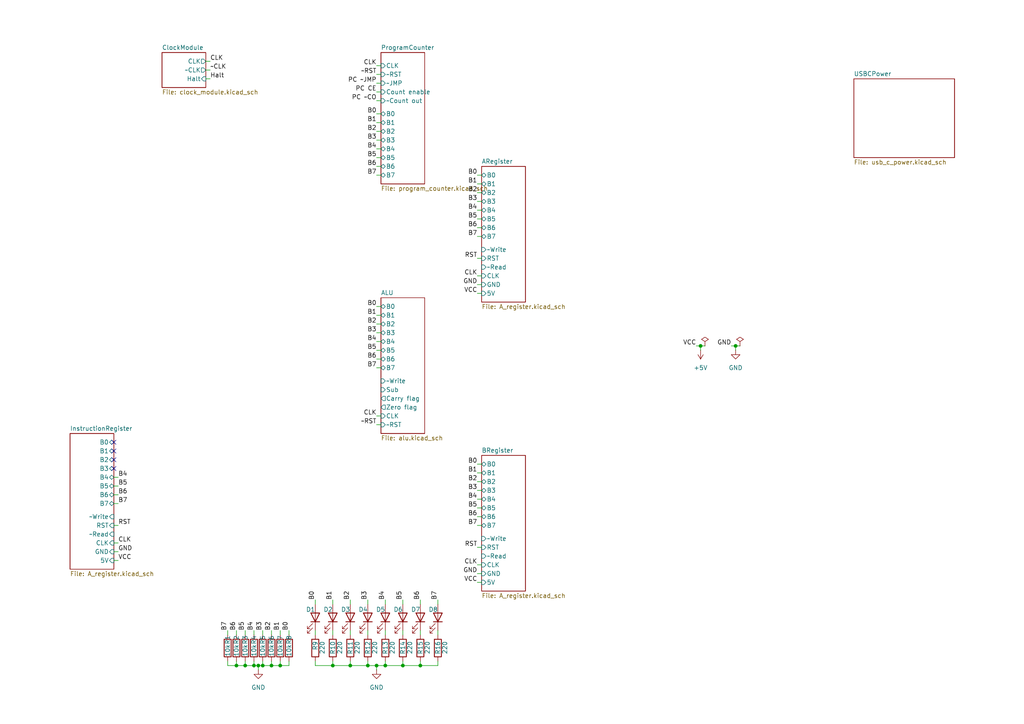
<source format=kicad_sch>
(kicad_sch
	(version 20231120)
	(generator "eeschema")
	(generator_version "8.0")
	(uuid "37ae8b13-e183-404e-b70a-681e1af60f55")
	(paper "A4")
	(lib_symbols
		(symbol "Device:LED"
			(pin_numbers hide)
			(pin_names
				(offset 1.016) hide)
			(exclude_from_sim no)
			(in_bom yes)
			(on_board yes)
			(property "Reference" "D"
				(at 0 2.54 0)
				(effects
					(font
						(size 1.27 1.27)
					)
				)
			)
			(property "Value" "LED"
				(at 0 -2.54 0)
				(effects
					(font
						(size 1.27 1.27)
					)
				)
			)
			(property "Footprint" ""
				(at 0 0 0)
				(effects
					(font
						(size 1.27 1.27)
					)
					(hide yes)
				)
			)
			(property "Datasheet" "~"
				(at 0 0 0)
				(effects
					(font
						(size 1.27 1.27)
					)
					(hide yes)
				)
			)
			(property "Description" "Light emitting diode"
				(at 0 0 0)
				(effects
					(font
						(size 1.27 1.27)
					)
					(hide yes)
				)
			)
			(property "ki_keywords" "LED diode"
				(at 0 0 0)
				(effects
					(font
						(size 1.27 1.27)
					)
					(hide yes)
				)
			)
			(property "ki_fp_filters" "LED* LED_SMD:* LED_THT:*"
				(at 0 0 0)
				(effects
					(font
						(size 1.27 1.27)
					)
					(hide yes)
				)
			)
			(symbol "LED_0_1"
				(polyline
					(pts
						(xy -1.27 -1.27) (xy -1.27 1.27)
					)
					(stroke
						(width 0.254)
						(type default)
					)
					(fill
						(type none)
					)
				)
				(polyline
					(pts
						(xy -1.27 0) (xy 1.27 0)
					)
					(stroke
						(width 0)
						(type default)
					)
					(fill
						(type none)
					)
				)
				(polyline
					(pts
						(xy 1.27 -1.27) (xy 1.27 1.27) (xy -1.27 0) (xy 1.27 -1.27)
					)
					(stroke
						(width 0.254)
						(type default)
					)
					(fill
						(type none)
					)
				)
				(polyline
					(pts
						(xy -3.048 -0.762) (xy -4.572 -2.286) (xy -3.81 -2.286) (xy -4.572 -2.286) (xy -4.572 -1.524)
					)
					(stroke
						(width 0)
						(type default)
					)
					(fill
						(type none)
					)
				)
				(polyline
					(pts
						(xy -1.778 -0.762) (xy -3.302 -2.286) (xy -2.54 -2.286) (xy -3.302 -2.286) (xy -3.302 -1.524)
					)
					(stroke
						(width 0)
						(type default)
					)
					(fill
						(type none)
					)
				)
			)
			(symbol "LED_1_1"
				(pin passive line
					(at -3.81 0 0)
					(length 2.54)
					(name "K"
						(effects
							(font
								(size 1.27 1.27)
							)
						)
					)
					(number "1"
						(effects
							(font
								(size 1.27 1.27)
							)
						)
					)
				)
				(pin passive line
					(at 3.81 0 180)
					(length 2.54)
					(name "A"
						(effects
							(font
								(size 1.27 1.27)
							)
						)
					)
					(number "2"
						(effects
							(font
								(size 1.27 1.27)
							)
						)
					)
				)
			)
		)
		(symbol "Device:R"
			(pin_numbers hide)
			(pin_names
				(offset 0)
			)
			(exclude_from_sim no)
			(in_bom yes)
			(on_board yes)
			(property "Reference" "R"
				(at 2.032 0 90)
				(effects
					(font
						(size 1.27 1.27)
					)
				)
			)
			(property "Value" "R"
				(at 0 0 90)
				(effects
					(font
						(size 1.27 1.27)
					)
				)
			)
			(property "Footprint" ""
				(at -1.778 0 90)
				(effects
					(font
						(size 1.27 1.27)
					)
					(hide yes)
				)
			)
			(property "Datasheet" "~"
				(at 0 0 0)
				(effects
					(font
						(size 1.27 1.27)
					)
					(hide yes)
				)
			)
			(property "Description" "Resistor"
				(at 0 0 0)
				(effects
					(font
						(size 1.27 1.27)
					)
					(hide yes)
				)
			)
			(property "ki_keywords" "R res resistor"
				(at 0 0 0)
				(effects
					(font
						(size 1.27 1.27)
					)
					(hide yes)
				)
			)
			(property "ki_fp_filters" "R_*"
				(at 0 0 0)
				(effects
					(font
						(size 1.27 1.27)
					)
					(hide yes)
				)
			)
			(symbol "R_0_1"
				(rectangle
					(start -1.016 -2.54)
					(end 1.016 2.54)
					(stroke
						(width 0.254)
						(type default)
					)
					(fill
						(type none)
					)
				)
			)
			(symbol "R_1_1"
				(pin passive line
					(at 0 3.81 270)
					(length 1.27)
					(name "~"
						(effects
							(font
								(size 1.27 1.27)
							)
						)
					)
					(number "1"
						(effects
							(font
								(size 1.27 1.27)
							)
						)
					)
				)
				(pin passive line
					(at 0 -3.81 90)
					(length 1.27)
					(name "~"
						(effects
							(font
								(size 1.27 1.27)
							)
						)
					)
					(number "2"
						(effects
							(font
								(size 1.27 1.27)
							)
						)
					)
				)
			)
		)
		(symbol "power:+5V"
			(power)
			(pin_numbers hide)
			(pin_names
				(offset 0) hide)
			(exclude_from_sim no)
			(in_bom yes)
			(on_board yes)
			(property "Reference" "#PWR"
				(at 0 -3.81 0)
				(effects
					(font
						(size 1.27 1.27)
					)
					(hide yes)
				)
			)
			(property "Value" "+5V"
				(at 0 3.556 0)
				(effects
					(font
						(size 1.27 1.27)
					)
				)
			)
			(property "Footprint" ""
				(at 0 0 0)
				(effects
					(font
						(size 1.27 1.27)
					)
					(hide yes)
				)
			)
			(property "Datasheet" ""
				(at 0 0 0)
				(effects
					(font
						(size 1.27 1.27)
					)
					(hide yes)
				)
			)
			(property "Description" "Power symbol creates a global label with name \"+5V\""
				(at 0 0 0)
				(effects
					(font
						(size 1.27 1.27)
					)
					(hide yes)
				)
			)
			(property "ki_keywords" "global power"
				(at 0 0 0)
				(effects
					(font
						(size 1.27 1.27)
					)
					(hide yes)
				)
			)
			(symbol "+5V_0_1"
				(polyline
					(pts
						(xy -0.762 1.27) (xy 0 2.54)
					)
					(stroke
						(width 0)
						(type default)
					)
					(fill
						(type none)
					)
				)
				(polyline
					(pts
						(xy 0 0) (xy 0 2.54)
					)
					(stroke
						(width 0)
						(type default)
					)
					(fill
						(type none)
					)
				)
				(polyline
					(pts
						(xy 0 2.54) (xy 0.762 1.27)
					)
					(stroke
						(width 0)
						(type default)
					)
					(fill
						(type none)
					)
				)
			)
			(symbol "+5V_1_1"
				(pin power_in line
					(at 0 0 90)
					(length 0)
					(name "~"
						(effects
							(font
								(size 1.27 1.27)
							)
						)
					)
					(number "1"
						(effects
							(font
								(size 1.27 1.27)
							)
						)
					)
				)
			)
		)
		(symbol "power:GND"
			(power)
			(pin_numbers hide)
			(pin_names
				(offset 0) hide)
			(exclude_from_sim no)
			(in_bom yes)
			(on_board yes)
			(property "Reference" "#PWR"
				(at 0 -6.35 0)
				(effects
					(font
						(size 1.27 1.27)
					)
					(hide yes)
				)
			)
			(property "Value" "GND"
				(at 0 -3.81 0)
				(effects
					(font
						(size 1.27 1.27)
					)
				)
			)
			(property "Footprint" ""
				(at 0 0 0)
				(effects
					(font
						(size 1.27 1.27)
					)
					(hide yes)
				)
			)
			(property "Datasheet" ""
				(at 0 0 0)
				(effects
					(font
						(size 1.27 1.27)
					)
					(hide yes)
				)
			)
			(property "Description" "Power symbol creates a global label with name \"GND\" , ground"
				(at 0 0 0)
				(effects
					(font
						(size 1.27 1.27)
					)
					(hide yes)
				)
			)
			(property "ki_keywords" "global power"
				(at 0 0 0)
				(effects
					(font
						(size 1.27 1.27)
					)
					(hide yes)
				)
			)
			(symbol "GND_0_1"
				(polyline
					(pts
						(xy 0 0) (xy 0 -1.27) (xy 1.27 -1.27) (xy 0 -2.54) (xy -1.27 -1.27) (xy 0 -1.27)
					)
					(stroke
						(width 0)
						(type default)
					)
					(fill
						(type none)
					)
				)
			)
			(symbol "GND_1_1"
				(pin power_in line
					(at 0 0 270)
					(length 0)
					(name "~"
						(effects
							(font
								(size 1.27 1.27)
							)
						)
					)
					(number "1"
						(effects
							(font
								(size 1.27 1.27)
							)
						)
					)
				)
			)
		)
		(symbol "power:PWR_FLAG"
			(power)
			(pin_numbers hide)
			(pin_names
				(offset 0) hide)
			(exclude_from_sim no)
			(in_bom yes)
			(on_board yes)
			(property "Reference" "#FLG"
				(at 0 1.905 0)
				(effects
					(font
						(size 1.27 1.27)
					)
					(hide yes)
				)
			)
			(property "Value" "PWR_FLAG"
				(at 0 3.81 0)
				(effects
					(font
						(size 1.27 1.27)
					)
				)
			)
			(property "Footprint" ""
				(at 0 0 0)
				(effects
					(font
						(size 1.27 1.27)
					)
					(hide yes)
				)
			)
			(property "Datasheet" "~"
				(at 0 0 0)
				(effects
					(font
						(size 1.27 1.27)
					)
					(hide yes)
				)
			)
			(property "Description" "Special symbol for telling ERC where power comes from"
				(at 0 0 0)
				(effects
					(font
						(size 1.27 1.27)
					)
					(hide yes)
				)
			)
			(property "ki_keywords" "flag power"
				(at 0 0 0)
				(effects
					(font
						(size 1.27 1.27)
					)
					(hide yes)
				)
			)
			(symbol "PWR_FLAG_0_0"
				(pin power_out line
					(at 0 0 90)
					(length 0)
					(name "~"
						(effects
							(font
								(size 1.27 1.27)
							)
						)
					)
					(number "1"
						(effects
							(font
								(size 1.27 1.27)
							)
						)
					)
				)
			)
			(symbol "PWR_FLAG_0_1"
				(polyline
					(pts
						(xy 0 0) (xy 0 1.27) (xy -1.016 1.905) (xy 0 2.54) (xy 1.016 1.905) (xy 0 1.27)
					)
					(stroke
						(width 0)
						(type default)
					)
					(fill
						(type none)
					)
				)
			)
		)
	)
	(junction
		(at 111.76 193.04)
		(diameter 0)
		(color 0 0 0 0)
		(uuid "1ac1ab8e-308d-4e0c-86d3-f340277f8a56")
	)
	(junction
		(at 116.84 193.04)
		(diameter 0)
		(color 0 0 0 0)
		(uuid "20b7beae-112c-41fe-93cd-a3d86077dc74")
	)
	(junction
		(at 73.66 193.04)
		(diameter 0)
		(color 0 0 0 0)
		(uuid "2667d7a6-2250-48ad-ae68-cf4b945ea55f")
	)
	(junction
		(at 109.22 193.04)
		(diameter 0)
		(color 0 0 0 0)
		(uuid "283878cf-2fc7-4024-861b-511445c15972")
	)
	(junction
		(at 101.6 193.04)
		(diameter 0)
		(color 0 0 0 0)
		(uuid "32013d33-aad3-4c8a-8475-eb0d8fe13270")
	)
	(junction
		(at 76.2 193.04)
		(diameter 0)
		(color 0 0 0 0)
		(uuid "39f18f4a-c842-4512-80b6-22d81d543e09")
	)
	(junction
		(at 203.2 100.33)
		(diameter 0)
		(color 0 0 0 0)
		(uuid "3fc8f3af-3fd1-448e-8d60-13c750a43e68")
	)
	(junction
		(at 213.36 100.33)
		(diameter 0)
		(color 0 0 0 0)
		(uuid "5e6fb9e2-93fd-418f-8180-8ba7d8f07499")
	)
	(junction
		(at 74.93 193.04)
		(diameter 0)
		(color 0 0 0 0)
		(uuid "9a23c6f1-2b08-43a0-aa17-3abfb4b53db4")
	)
	(junction
		(at 71.12 193.04)
		(diameter 0)
		(color 0 0 0 0)
		(uuid "9d34309d-cc74-4f90-a04f-7f71f70c531e")
	)
	(junction
		(at 78.74 193.04)
		(diameter 0)
		(color 0 0 0 0)
		(uuid "a5ce650f-9f21-48c6-bcdc-7780275ea9d2")
	)
	(junction
		(at 106.68 193.04)
		(diameter 0)
		(color 0 0 0 0)
		(uuid "a643179f-5619-4c1e-aeb5-72311970fe13")
	)
	(junction
		(at 68.58 193.04)
		(diameter 0)
		(color 0 0 0 0)
		(uuid "ae7fd12d-a993-426d-911f-f04c7c7d05aa")
	)
	(junction
		(at 121.92 193.04)
		(diameter 0)
		(color 0 0 0 0)
		(uuid "d773e8db-a54b-49c9-9686-391748411624")
	)
	(junction
		(at 96.52 193.04)
		(diameter 0)
		(color 0 0 0 0)
		(uuid "f80d9dc0-0052-413a-a0f5-e41c44196015")
	)
	(junction
		(at 81.28 193.04)
		(diameter 0)
		(color 0 0 0 0)
		(uuid "fd66880f-8387-4769-ad02-6c242d087eaf")
	)
	(no_connect
		(at 33.02 133.35)
		(uuid "0d23d1f8-883f-4031-aecc-606f6a06a31e")
	)
	(no_connect
		(at 33.02 135.89)
		(uuid "8a9a228b-e2a7-47e7-87cd-c48a9d133ae4")
	)
	(no_connect
		(at 33.02 130.81)
		(uuid "9bd46082-6c22-41b3-9ba3-97d8b685faac")
	)
	(no_connect
		(at 33.02 128.27)
		(uuid "c4add1ff-6276-4b2a-862c-405fc9aaeb14")
	)
	(wire
		(pts
			(xy 34.29 143.51) (xy 33.02 143.51)
		)
		(stroke
			(width 0)
			(type default)
		)
		(uuid "06502c28-8350-4d55-b9d4-2dbabc0665ba")
	)
	(wire
		(pts
			(xy 138.43 158.75) (xy 139.7 158.75)
		)
		(stroke
			(width 0)
			(type default)
		)
		(uuid "089fa854-fcd6-45f7-a463-ea08c016e477")
	)
	(wire
		(pts
			(xy 139.7 163.83) (xy 138.43 163.83)
		)
		(stroke
			(width 0)
			(type default)
		)
		(uuid "0ac45478-ba14-4dfe-9a14-98ef98d2da2f")
	)
	(wire
		(pts
			(xy 139.7 85.09) (xy 138.43 85.09)
		)
		(stroke
			(width 0)
			(type default)
		)
		(uuid "0d6c8116-6ef9-4e5d-9b67-2055f65f9e34")
	)
	(wire
		(pts
			(xy 96.52 182.88) (xy 96.52 184.15)
		)
		(stroke
			(width 0)
			(type default)
		)
		(uuid "10332091-9cac-4fca-9f98-4496bb19e99d")
	)
	(wire
		(pts
			(xy 138.43 53.34) (xy 139.7 53.34)
		)
		(stroke
			(width 0)
			(type default)
		)
		(uuid "10541fc4-2b7e-4abc-9bf4-79fd27129e6e")
	)
	(wire
		(pts
			(xy 138.43 144.78) (xy 139.7 144.78)
		)
		(stroke
			(width 0)
			(type default)
		)
		(uuid "135f1c14-979a-4dd1-a5cb-f41976f0733e")
	)
	(wire
		(pts
			(xy 109.22 106.68) (xy 110.49 106.68)
		)
		(stroke
			(width 0)
			(type default)
		)
		(uuid "14f8b43e-d008-47fe-a5e2-64ba5b34ab23")
	)
	(wire
		(pts
			(xy 109.22 35.56) (xy 110.49 35.56)
		)
		(stroke
			(width 0)
			(type default)
		)
		(uuid "15353642-a75b-41a8-a3e8-35d5c5666cd6")
	)
	(wire
		(pts
			(xy 68.58 191.77) (xy 68.58 193.04)
		)
		(stroke
			(width 0)
			(type default)
		)
		(uuid "1793b3f0-8049-4c42-979f-7cf3051b938a")
	)
	(wire
		(pts
			(xy 116.84 173.99) (xy 116.84 175.26)
		)
		(stroke
			(width 0)
			(type default)
		)
		(uuid "18f69722-0a09-4985-a91e-55994da3372f")
	)
	(wire
		(pts
			(xy 76.2 191.77) (xy 76.2 193.04)
		)
		(stroke
			(width 0)
			(type default)
		)
		(uuid "1adec12b-287c-4211-abb0-89acab1a296f")
	)
	(wire
		(pts
			(xy 83.82 193.04) (xy 81.28 193.04)
		)
		(stroke
			(width 0)
			(type default)
		)
		(uuid "1c94dc91-3b39-4fcf-920e-ae9fcdaee991")
	)
	(wire
		(pts
			(xy 76.2 182.88) (xy 76.2 184.15)
		)
		(stroke
			(width 0)
			(type default)
		)
		(uuid "1d29316c-f099-4f73-b7bc-5a2a02220e81")
	)
	(wire
		(pts
			(xy 109.22 101.6) (xy 110.49 101.6)
		)
		(stroke
			(width 0)
			(type default)
		)
		(uuid "1d5ffeb6-da83-4d94-a68e-9bb2a5c240e4")
	)
	(wire
		(pts
			(xy 203.2 101.6) (xy 203.2 100.33)
		)
		(stroke
			(width 0)
			(type default)
		)
		(uuid "1eff55c3-6682-4c15-b7fb-0e0593c1727b")
	)
	(wire
		(pts
			(xy 138.43 63.5) (xy 139.7 63.5)
		)
		(stroke
			(width 0)
			(type default)
		)
		(uuid "1f18873d-63d0-40d7-976d-d1abbffba6be")
	)
	(wire
		(pts
			(xy 138.43 60.96) (xy 139.7 60.96)
		)
		(stroke
			(width 0)
			(type default)
		)
		(uuid "259542a9-74bf-4d09-b57a-f0840c2bf967")
	)
	(wire
		(pts
			(xy 138.43 137.16) (xy 139.7 137.16)
		)
		(stroke
			(width 0)
			(type default)
		)
		(uuid "2629da14-d4f6-433f-a86a-567fd418a97e")
	)
	(wire
		(pts
			(xy 111.76 182.88) (xy 111.76 184.15)
		)
		(stroke
			(width 0)
			(type default)
		)
		(uuid "2ccd2132-eb78-4e96-b760-dce11b3df786")
	)
	(wire
		(pts
			(xy 111.76 173.99) (xy 111.76 175.26)
		)
		(stroke
			(width 0)
			(type default)
		)
		(uuid "2e86cfb7-9488-463e-86e8-0970a01d0b97")
	)
	(wire
		(pts
			(xy 68.58 182.88) (xy 68.58 184.15)
		)
		(stroke
			(width 0)
			(type default)
		)
		(uuid "2f3188c1-8bb8-4575-9c0b-4795923c7f25")
	)
	(wire
		(pts
			(xy 66.04 191.77) (xy 66.04 193.04)
		)
		(stroke
			(width 0)
			(type default)
		)
		(uuid "3124ece5-f59b-4d4d-8a21-6c6873b57106")
	)
	(wire
		(pts
			(xy 138.43 149.86) (xy 139.7 149.86)
		)
		(stroke
			(width 0)
			(type default)
		)
		(uuid "36c7aab3-2d3c-441b-8b2f-c8f2593e6bce")
	)
	(wire
		(pts
			(xy 138.43 139.7) (xy 139.7 139.7)
		)
		(stroke
			(width 0)
			(type default)
		)
		(uuid "39ae6c40-ba8a-4120-9acc-ecc382290afe")
	)
	(wire
		(pts
			(xy 138.43 55.88) (xy 139.7 55.88)
		)
		(stroke
			(width 0)
			(type default)
		)
		(uuid "3d35b346-0a87-4d08-8c84-0889faa777fc")
	)
	(wire
		(pts
			(xy 66.04 182.88) (xy 66.04 184.15)
		)
		(stroke
			(width 0)
			(type default)
		)
		(uuid "3e96dbdd-bfa9-497d-b309-cd40f634dee9")
	)
	(wire
		(pts
			(xy 109.22 193.04) (xy 111.76 193.04)
		)
		(stroke
			(width 0)
			(type default)
		)
		(uuid "4125f8fb-7701-4051-93e8-a461c68ce8ee")
	)
	(wire
		(pts
			(xy 213.36 100.33) (xy 214.63 100.33)
		)
		(stroke
			(width 0)
			(type default)
		)
		(uuid "41885243-b14a-46bb-916b-0c647c2f9184")
	)
	(wire
		(pts
			(xy 96.52 191.77) (xy 96.52 193.04)
		)
		(stroke
			(width 0)
			(type default)
		)
		(uuid "421f2e41-eb5f-4409-b5f0-893614bdb029")
	)
	(wire
		(pts
			(xy 138.43 142.24) (xy 139.7 142.24)
		)
		(stroke
			(width 0)
			(type default)
		)
		(uuid "465fc675-75c8-471b-9d8d-99425c014181")
	)
	(wire
		(pts
			(xy 66.04 193.04) (xy 68.58 193.04)
		)
		(stroke
			(width 0)
			(type default)
		)
		(uuid "4753bdba-5abe-489b-b77a-4c39a99fe3ca")
	)
	(wire
		(pts
			(xy 76.2 193.04) (xy 74.93 193.04)
		)
		(stroke
			(width 0)
			(type default)
		)
		(uuid "488ba72d-e482-4372-b641-ba748354bb37")
	)
	(wire
		(pts
			(xy 81.28 191.77) (xy 81.28 193.04)
		)
		(stroke
			(width 0)
			(type default)
		)
		(uuid "4b868363-ef94-4c09-9bde-bf0507653fd5")
	)
	(wire
		(pts
			(xy 109.22 50.8) (xy 110.49 50.8)
		)
		(stroke
			(width 0)
			(type default)
		)
		(uuid "4c267beb-3c05-49da-a726-644437665c34")
	)
	(wire
		(pts
			(xy 201.93 100.33) (xy 203.2 100.33)
		)
		(stroke
			(width 0)
			(type default)
		)
		(uuid "4c835048-6580-479c-a631-5c8e7ea5b161")
	)
	(wire
		(pts
			(xy 34.29 152.4) (xy 33.02 152.4)
		)
		(stroke
			(width 0)
			(type default)
		)
		(uuid "5238a20b-775d-4a51-af36-8586819695ba")
	)
	(wire
		(pts
			(xy 109.22 45.72) (xy 110.49 45.72)
		)
		(stroke
			(width 0)
			(type default)
		)
		(uuid "52770bd1-fbe7-42c5-b151-26f30cdba9c6")
	)
	(wire
		(pts
			(xy 109.22 88.9) (xy 110.49 88.9)
		)
		(stroke
			(width 0)
			(type default)
		)
		(uuid "551fe541-9616-4267-8de9-cc350f989b50")
	)
	(wire
		(pts
			(xy 139.7 82.55) (xy 138.43 82.55)
		)
		(stroke
			(width 0)
			(type default)
		)
		(uuid "573b0a8d-5309-413a-a510-c0994a0f1dfe")
	)
	(wire
		(pts
			(xy 127 191.77) (xy 127 193.04)
		)
		(stroke
			(width 0)
			(type default)
		)
		(uuid "58d2b9fd-d5d0-4f09-aa60-55fc3dab411e")
	)
	(wire
		(pts
			(xy 138.43 68.58) (xy 139.7 68.58)
		)
		(stroke
			(width 0)
			(type default)
		)
		(uuid "5bdb5537-d293-4a93-b205-752bd2893936")
	)
	(wire
		(pts
			(xy 110.49 120.65) (xy 109.22 120.65)
		)
		(stroke
			(width 0)
			(type default)
		)
		(uuid "5e168896-494d-4d92-80d5-3ba2ff71db5d")
	)
	(wire
		(pts
			(xy 212.09 100.33) (xy 213.36 100.33)
		)
		(stroke
			(width 0)
			(type default)
		)
		(uuid "5e4096fa-74b2-4102-b6b6-1ce28badbbf9")
	)
	(wire
		(pts
			(xy 213.36 101.6) (xy 213.36 100.33)
		)
		(stroke
			(width 0)
			(type default)
		)
		(uuid "5e55d067-6ab9-4f3c-8734-36b25a78e803")
	)
	(wire
		(pts
			(xy 138.43 147.32) (xy 139.7 147.32)
		)
		(stroke
			(width 0)
			(type default)
		)
		(uuid "5f2c74a3-3bfa-47a7-973f-6e0b943204d1")
	)
	(wire
		(pts
			(xy 109.22 26.67) (xy 110.49 26.67)
		)
		(stroke
			(width 0)
			(type default)
		)
		(uuid "6087e554-8bf1-442a-80f5-cce839c32ce3")
	)
	(wire
		(pts
			(xy 81.28 193.04) (xy 78.74 193.04)
		)
		(stroke
			(width 0)
			(type default)
		)
		(uuid "62009862-5dd6-4b77-9e10-08e4a69c2926")
	)
	(wire
		(pts
			(xy 110.49 123.19) (xy 109.22 123.19)
		)
		(stroke
			(width 0)
			(type default)
		)
		(uuid "63ca18d8-5236-437f-9f06-671797262011")
	)
	(wire
		(pts
			(xy 127 182.88) (xy 127 184.15)
		)
		(stroke
			(width 0)
			(type default)
		)
		(uuid "64d1a065-1138-41b9-8127-d1e09df325d2")
	)
	(wire
		(pts
			(xy 34.29 138.43) (xy 33.02 138.43)
		)
		(stroke
			(width 0)
			(type default)
		)
		(uuid "65c7f5d8-c8a4-4cf2-9ae3-d77f8ec095ac")
	)
	(wire
		(pts
			(xy 91.44 173.99) (xy 91.44 175.26)
		)
		(stroke
			(width 0)
			(type default)
		)
		(uuid "67916659-bcf1-495d-9f77-cc135aa212a0")
	)
	(wire
		(pts
			(xy 121.92 193.04) (xy 127 193.04)
		)
		(stroke
			(width 0)
			(type default)
		)
		(uuid "69eef095-bad5-4529-a638-d1ff0e9ceefe")
	)
	(wire
		(pts
			(xy 109.22 33.02) (xy 110.49 33.02)
		)
		(stroke
			(width 0)
			(type default)
		)
		(uuid "6e0f5af8-ca8c-472b-94e5-fcf08902a064")
	)
	(wire
		(pts
			(xy 110.49 19.05) (xy 109.22 19.05)
		)
		(stroke
			(width 0)
			(type default)
		)
		(uuid "6fb6b96f-e7b8-408c-95d4-e1bc39ff2928")
	)
	(wire
		(pts
			(xy 71.12 193.04) (xy 73.66 193.04)
		)
		(stroke
			(width 0)
			(type default)
		)
		(uuid "79066c1b-ca9a-45d3-87f4-1dd82695f8ba")
	)
	(wire
		(pts
			(xy 138.43 66.04) (xy 139.7 66.04)
		)
		(stroke
			(width 0)
			(type default)
		)
		(uuid "7b5824d8-66e4-43a9-a310-a1bcd168c032")
	)
	(wire
		(pts
			(xy 138.43 152.4) (xy 139.7 152.4)
		)
		(stroke
			(width 0)
			(type default)
		)
		(uuid "7d2e5e17-8c57-4c16-8746-4256c6a25f31")
	)
	(wire
		(pts
			(xy 71.12 191.77) (xy 71.12 193.04)
		)
		(stroke
			(width 0)
			(type default)
		)
		(uuid "7da98fc4-b2f9-48c9-918b-583e78a76476")
	)
	(wire
		(pts
			(xy 106.68 193.04) (xy 109.22 193.04)
		)
		(stroke
			(width 0)
			(type default)
		)
		(uuid "7ee98574-ba66-4834-8f10-7852f6bc2eb1")
	)
	(wire
		(pts
			(xy 59.69 17.78) (xy 60.96 17.78)
		)
		(stroke
			(width 0)
			(type default)
		)
		(uuid "83943cd3-fcba-43b1-88a1-1600d86b5382")
	)
	(wire
		(pts
			(xy 101.6 173.99) (xy 101.6 175.26)
		)
		(stroke
			(width 0)
			(type default)
		)
		(uuid "8490f846-4089-4440-ad11-e58cf73bdc1c")
	)
	(wire
		(pts
			(xy 109.22 99.06) (xy 110.49 99.06)
		)
		(stroke
			(width 0)
			(type default)
		)
		(uuid "85041f06-2e62-415e-bf91-4c922c450d53")
	)
	(wire
		(pts
			(xy 138.43 74.93) (xy 139.7 74.93)
		)
		(stroke
			(width 0)
			(type default)
		)
		(uuid "859945d8-33f9-416f-b7e2-5784f944d1f6")
	)
	(wire
		(pts
			(xy 106.68 191.77) (xy 106.68 193.04)
		)
		(stroke
			(width 0)
			(type default)
		)
		(uuid "8884374d-45d9-4a9a-994e-0000d40623df")
	)
	(wire
		(pts
			(xy 109.22 91.44) (xy 110.49 91.44)
		)
		(stroke
			(width 0)
			(type default)
		)
		(uuid "8a7906e7-6834-4827-b747-88c3ca07fff0")
	)
	(wire
		(pts
			(xy 111.76 193.04) (xy 116.84 193.04)
		)
		(stroke
			(width 0)
			(type default)
		)
		(uuid "8c0989ef-b423-4b5d-9cbc-359008e9d899")
	)
	(wire
		(pts
			(xy 138.43 50.8) (xy 139.7 50.8)
		)
		(stroke
			(width 0)
			(type default)
		)
		(uuid "8c0fa8e8-3b75-4d3e-88c2-8a0fe2d335f8")
	)
	(wire
		(pts
			(xy 73.66 182.88) (xy 73.66 184.15)
		)
		(stroke
			(width 0)
			(type default)
		)
		(uuid "8efc379c-4949-467a-9ec8-2df9670137a6")
	)
	(wire
		(pts
			(xy 83.82 191.77) (xy 83.82 193.04)
		)
		(stroke
			(width 0)
			(type default)
		)
		(uuid "900176c3-057d-48ad-9702-89a2bb564564")
	)
	(wire
		(pts
			(xy 121.92 182.88) (xy 121.92 184.15)
		)
		(stroke
			(width 0)
			(type default)
		)
		(uuid "93c9c9ad-aa5c-469c-9388-bcc6156adb74")
	)
	(wire
		(pts
			(xy 101.6 191.77) (xy 101.6 193.04)
		)
		(stroke
			(width 0)
			(type default)
		)
		(uuid "98ba8c5e-defe-4ea9-af33-994d6fd27ef7")
	)
	(wire
		(pts
			(xy 34.29 140.97) (xy 33.02 140.97)
		)
		(stroke
			(width 0)
			(type default)
		)
		(uuid "9a65c7aa-7085-4789-a1e0-4924725e9b07")
	)
	(wire
		(pts
			(xy 109.22 43.18) (xy 110.49 43.18)
		)
		(stroke
			(width 0)
			(type default)
		)
		(uuid "9b4c9e6b-eeab-48f5-96cb-46fc6812d842")
	)
	(wire
		(pts
			(xy 73.66 191.77) (xy 73.66 193.04)
		)
		(stroke
			(width 0)
			(type default)
		)
		(uuid "9c140bcd-85c0-4947-8e9b-ebe10cdd6c5a")
	)
	(wire
		(pts
			(xy 109.22 24.13) (xy 110.49 24.13)
		)
		(stroke
			(width 0)
			(type default)
		)
		(uuid "9cad45bc-0c6b-41f6-9eb9-cb10c48c266e")
	)
	(wire
		(pts
			(xy 101.6 193.04) (xy 106.68 193.04)
		)
		(stroke
			(width 0)
			(type default)
		)
		(uuid "9ee71d7c-3623-4394-b093-4902e619a163")
	)
	(wire
		(pts
			(xy 109.22 193.04) (xy 109.22 194.31)
		)
		(stroke
			(width 0)
			(type default)
		)
		(uuid "a002959d-9bcb-4883-9ec4-d36febcb2ccf")
	)
	(wire
		(pts
			(xy 111.76 191.77) (xy 111.76 193.04)
		)
		(stroke
			(width 0)
			(type default)
		)
		(uuid "a12b1d33-2e29-49ab-a979-4860bda95f2d")
	)
	(wire
		(pts
			(xy 34.29 146.05) (xy 33.02 146.05)
		)
		(stroke
			(width 0)
			(type default)
		)
		(uuid "a1bdae55-b274-4f65-bfd0-c1ca2a38bb9d")
	)
	(wire
		(pts
			(xy 109.22 40.64) (xy 110.49 40.64)
		)
		(stroke
			(width 0)
			(type default)
		)
		(uuid "a2bdab8d-0eea-446b-bf6a-f58a3e88ffc7")
	)
	(wire
		(pts
			(xy 106.68 173.99) (xy 106.68 175.26)
		)
		(stroke
			(width 0)
			(type default)
		)
		(uuid "a57436e5-3aed-48e4-8dc1-f83d7ae550d7")
	)
	(wire
		(pts
			(xy 33.02 160.02) (xy 34.29 160.02)
		)
		(stroke
			(width 0)
			(type default)
		)
		(uuid "a650a2dc-1d3b-4b23-b9bd-f15d63102475")
	)
	(wire
		(pts
			(xy 96.52 173.99) (xy 96.52 175.26)
		)
		(stroke
			(width 0)
			(type default)
		)
		(uuid "aecf03d0-889a-4f64-abbc-c01d8e421706")
	)
	(wire
		(pts
			(xy 68.58 193.04) (xy 71.12 193.04)
		)
		(stroke
			(width 0)
			(type default)
		)
		(uuid "af31bab0-da44-4906-a060-ec1a4321173c")
	)
	(wire
		(pts
			(xy 74.93 194.31) (xy 74.93 193.04)
		)
		(stroke
			(width 0)
			(type default)
		)
		(uuid "b07bce79-c2ff-477d-8625-d3c088c63616")
	)
	(wire
		(pts
			(xy 110.49 21.59) (xy 109.22 21.59)
		)
		(stroke
			(width 0)
			(type default)
		)
		(uuid "b0c9bc4e-7305-4e3f-a254-a87aa874cbb4")
	)
	(wire
		(pts
			(xy 116.84 193.04) (xy 121.92 193.04)
		)
		(stroke
			(width 0)
			(type default)
		)
		(uuid "b2f65d39-333c-4f8d-bf86-4fb5b9ee047b")
	)
	(wire
		(pts
			(xy 109.22 93.98) (xy 110.49 93.98)
		)
		(stroke
			(width 0)
			(type default)
		)
		(uuid "b517f310-cc69-45da-8dca-454ac2acb729")
	)
	(wire
		(pts
			(xy 91.44 191.77) (xy 91.44 193.04)
		)
		(stroke
			(width 0)
			(type default)
		)
		(uuid "b60d5f58-658b-4a51-81ff-7395bd2082fa")
	)
	(wire
		(pts
			(xy 91.44 182.88) (xy 91.44 184.15)
		)
		(stroke
			(width 0)
			(type default)
		)
		(uuid "b712faf7-5917-4705-8638-5ea9e4b4a811")
	)
	(wire
		(pts
			(xy 109.22 38.1) (xy 110.49 38.1)
		)
		(stroke
			(width 0)
			(type default)
		)
		(uuid "ba8124e8-ab7d-4c8c-a1e4-fb15c41dc380")
	)
	(wire
		(pts
			(xy 83.82 182.88) (xy 83.82 184.15)
		)
		(stroke
			(width 0)
			(type default)
		)
		(uuid "c396a480-e661-4eec-9274-9ea0c0fb3339")
	)
	(wire
		(pts
			(xy 101.6 182.88) (xy 101.6 184.15)
		)
		(stroke
			(width 0)
			(type default)
		)
		(uuid "c4947263-917b-4f15-b271-186f4748d94b")
	)
	(wire
		(pts
			(xy 33.02 157.48) (xy 34.29 157.48)
		)
		(stroke
			(width 0)
			(type default)
		)
		(uuid "c60a9034-f356-4bcf-b2af-efe6f84f74bf")
	)
	(wire
		(pts
			(xy 106.68 182.88) (xy 106.68 184.15)
		)
		(stroke
			(width 0)
			(type default)
		)
		(uuid "c87065ed-759b-412b-ad94-35ce6ff1b9fb")
	)
	(wire
		(pts
			(xy 59.69 20.32) (xy 60.96 20.32)
		)
		(stroke
			(width 0)
			(type default)
		)
		(uuid "c8d853dd-0966-43d7-88b2-686a5eb8e912")
	)
	(wire
		(pts
			(xy 96.52 193.04) (xy 101.6 193.04)
		)
		(stroke
			(width 0)
			(type default)
		)
		(uuid "cdb5f997-45fb-4b3c-9d0b-e209b48fbc53")
	)
	(wire
		(pts
			(xy 91.44 193.04) (xy 96.52 193.04)
		)
		(stroke
			(width 0)
			(type default)
		)
		(uuid "ce0eed1c-f1a1-4696-9035-026800cc6dec")
	)
	(wire
		(pts
			(xy 138.43 134.62) (xy 139.7 134.62)
		)
		(stroke
			(width 0)
			(type default)
		)
		(uuid "ce6840b0-078f-4dd9-9ae8-5f0ae02db2d1")
	)
	(wire
		(pts
			(xy 71.12 182.88) (xy 71.12 184.15)
		)
		(stroke
			(width 0)
			(type default)
		)
		(uuid "d1262e24-2b1c-47bf-bee9-2d31a9e8faf9")
	)
	(wire
		(pts
			(xy 121.92 191.77) (xy 121.92 193.04)
		)
		(stroke
			(width 0)
			(type default)
		)
		(uuid "d2224447-e8fa-4134-85e8-04fc4d756a4c")
	)
	(wire
		(pts
			(xy 116.84 191.77) (xy 116.84 193.04)
		)
		(stroke
			(width 0)
			(type default)
		)
		(uuid "d65f8567-f996-4d9c-9b86-2e4d379b1b38")
	)
	(wire
		(pts
			(xy 139.7 80.01) (xy 138.43 80.01)
		)
		(stroke
			(width 0)
			(type default)
		)
		(uuid "d6ea4203-226a-4ec4-ae4c-18e2cdef2e86")
	)
	(wire
		(pts
			(xy 78.74 193.04) (xy 76.2 193.04)
		)
		(stroke
			(width 0)
			(type default)
		)
		(uuid "d84e636a-6405-499a-a241-08833680ca48")
	)
	(wire
		(pts
			(xy 81.28 182.88) (xy 81.28 184.15)
		)
		(stroke
			(width 0)
			(type default)
		)
		(uuid "d8d5bd9e-e059-4dc6-ba18-5200576c226e")
	)
	(wire
		(pts
			(xy 109.22 104.14) (xy 110.49 104.14)
		)
		(stroke
			(width 0)
			(type default)
		)
		(uuid "e6b60d47-7709-4b2b-ae45-ef8417450b4a")
	)
	(wire
		(pts
			(xy 116.84 182.88) (xy 116.84 184.15)
		)
		(stroke
			(width 0)
			(type default)
		)
		(uuid "e8541b49-e7d7-43d8-85e6-961f4620b69f")
	)
	(wire
		(pts
			(xy 138.43 58.42) (xy 139.7 58.42)
		)
		(stroke
			(width 0)
			(type default)
		)
		(uuid "ed2914e4-c035-4dfb-9637-0e12cbccfa3a")
	)
	(wire
		(pts
			(xy 139.7 168.91) (xy 138.43 168.91)
		)
		(stroke
			(width 0)
			(type default)
		)
		(uuid "ed56aa39-615c-4423-87e3-82975ba48839")
	)
	(wire
		(pts
			(xy 139.7 166.37) (xy 138.43 166.37)
		)
		(stroke
			(width 0)
			(type default)
		)
		(uuid "eedbe995-ed59-4f8f-baa2-c5aef17db244")
	)
	(wire
		(pts
			(xy 59.69 22.86) (xy 60.96 22.86)
		)
		(stroke
			(width 0)
			(type default)
		)
		(uuid "f0fa3950-f27b-42a9-b5b2-27302e3a9715")
	)
	(wire
		(pts
			(xy 121.92 173.99) (xy 121.92 175.26)
		)
		(stroke
			(width 0)
			(type default)
		)
		(uuid "f21f2035-ff99-4654-9f2e-758d1cc6ffe2")
	)
	(wire
		(pts
			(xy 127 173.99) (xy 127 175.26)
		)
		(stroke
			(width 0)
			(type default)
		)
		(uuid "f5e85356-bc31-41c3-832a-0ccc209b4c08")
	)
	(wire
		(pts
			(xy 109.22 48.26) (xy 110.49 48.26)
		)
		(stroke
			(width 0)
			(type default)
		)
		(uuid "f7307ee4-e5f9-457b-9d97-e2d1ac2eca26")
	)
	(wire
		(pts
			(xy 78.74 191.77) (xy 78.74 193.04)
		)
		(stroke
			(width 0)
			(type default)
		)
		(uuid "f840e155-4b01-4ba8-85cb-7bcb9fab5f73")
	)
	(wire
		(pts
			(xy 109.22 29.21) (xy 110.49 29.21)
		)
		(stroke
			(width 0)
			(type default)
		)
		(uuid "f982b1c7-7407-4c4b-9aa4-4ff8468973da")
	)
	(wire
		(pts
			(xy 73.66 193.04) (xy 74.93 193.04)
		)
		(stroke
			(width 0)
			(type default)
		)
		(uuid "fa2c18d2-a7a3-4017-98da-496aa42be042")
	)
	(wire
		(pts
			(xy 78.74 182.88) (xy 78.74 184.15)
		)
		(stroke
			(width 0)
			(type default)
		)
		(uuid "fceaa06a-9b5e-4cb1-9367-85bbd8d30ded")
	)
	(wire
		(pts
			(xy 109.22 96.52) (xy 110.49 96.52)
		)
		(stroke
			(width 0)
			(type default)
		)
		(uuid "fdd796d9-02ef-46d2-a760-b82a0787b8f0")
	)
	(wire
		(pts
			(xy 203.2 100.33) (xy 204.47 100.33)
		)
		(stroke
			(width 0)
			(type default)
		)
		(uuid "feee4c2f-4d16-45b0-9b7c-2a151c0fa6ab")
	)
	(wire
		(pts
			(xy 33.02 162.56) (xy 34.29 162.56)
		)
		(stroke
			(width 0)
			(type default)
		)
		(uuid "fef4884b-f56c-45cf-a721-dff88b129ea6")
	)
	(label "GND"
		(at 34.29 160.02 0)
		(fields_autoplaced yes)
		(effects
			(font
				(size 1.27 1.27)
			)
			(justify left bottom)
		)
		(uuid "02762139-4e59-48a6-be9a-930503583586")
	)
	(label "~CLK"
		(at 60.96 20.32 0)
		(fields_autoplaced yes)
		(effects
			(font
				(size 1.27 1.27)
			)
			(justify left bottom)
		)
		(uuid "0695ccca-dfa6-4621-a598-64aac46eb645")
	)
	(label "PC ~JMP"
		(at 109.22 24.13 180)
		(fields_autoplaced yes)
		(effects
			(font
				(size 1.27 1.27)
			)
			(justify right bottom)
		)
		(uuid "112ff067-4538-4ab1-aed7-9c86cd6fe342")
	)
	(label "CLK"
		(at 109.22 19.05 180)
		(fields_autoplaced yes)
		(effects
			(font
				(size 1.27 1.27)
			)
			(justify right bottom)
		)
		(uuid "12e91324-9f18-4bae-a16b-18a44550600c")
	)
	(label "B3"
		(at 138.43 58.42 180)
		(fields_autoplaced yes)
		(effects
			(font
				(size 1.27 1.27)
			)
			(justify right bottom)
		)
		(uuid "133c4a6f-f0af-4f56-a52b-50c7d90955d3")
	)
	(label "GND"
		(at 212.09 100.33 180)
		(fields_autoplaced yes)
		(effects
			(font
				(size 1.27 1.27)
			)
			(justify right bottom)
		)
		(uuid "17fe14c6-8f65-40e5-b703-da765d14ea79")
	)
	(label "B0"
		(at 109.22 33.02 180)
		(fields_autoplaced yes)
		(effects
			(font
				(size 1.27 1.27)
			)
			(justify right bottom)
		)
		(uuid "1926e9e5-ef33-41fb-b4a9-c8dfafcc46c8")
	)
	(label "RST"
		(at 138.43 158.75 180)
		(fields_autoplaced yes)
		(effects
			(font
				(size 1.27 1.27)
			)
			(justify right bottom)
		)
		(uuid "1fc2d8aa-246f-4aac-a923-fd4bccfbed00")
	)
	(label "VCC"
		(at 138.43 168.91 180)
		(fields_autoplaced yes)
		(effects
			(font
				(size 1.27 1.27)
			)
			(justify right bottom)
		)
		(uuid "24142b09-a189-4691-a80f-14b020876e24")
	)
	(label "B5"
		(at 109.22 101.6 180)
		(fields_autoplaced yes)
		(effects
			(font
				(size 1.27 1.27)
			)
			(justify right bottom)
		)
		(uuid "285e2e2a-d44e-4329-b1d7-d12121d9bd9b")
	)
	(label "GND"
		(at 138.43 166.37 180)
		(fields_autoplaced yes)
		(effects
			(font
				(size 1.27 1.27)
			)
			(justify right bottom)
		)
		(uuid "2a40316e-15f2-4e59-88e1-098dd0ba6efd")
	)
	(label "PC ~CO"
		(at 109.22 29.21 180)
		(fields_autoplaced yes)
		(effects
			(font
				(size 1.27 1.27)
			)
			(justify right bottom)
		)
		(uuid "2ba5613f-d5e8-4c4b-ab19-bb392ac7b277")
	)
	(label "B1"
		(at 96.52 173.99 90)
		(fields_autoplaced yes)
		(effects
			(font
				(size 1.27 1.27)
			)
			(justify left bottom)
		)
		(uuid "2e645bd0-7d63-459f-8b2e-504f7add0999")
	)
	(label "B7"
		(at 138.43 152.4 180)
		(fields_autoplaced yes)
		(effects
			(font
				(size 1.27 1.27)
			)
			(justify right bottom)
		)
		(uuid "351d5852-225f-47f6-9f52-24cf91389d04")
	)
	(label "B7"
		(at 66.04 182.88 90)
		(fields_autoplaced yes)
		(effects
			(font
				(size 1.27 1.27)
			)
			(justify left bottom)
		)
		(uuid "3591dac7-6d25-4bb0-8551-22d5420c7f9e")
	)
	(label "CLK"
		(at 138.43 163.83 180)
		(fields_autoplaced yes)
		(effects
			(font
				(size 1.27 1.27)
			)
			(justify right bottom)
		)
		(uuid "384c6ac3-159e-4775-a1de-88c4f94a561a")
	)
	(label "RST"
		(at 34.29 152.4 0)
		(fields_autoplaced yes)
		(effects
			(font
				(size 1.27 1.27)
			)
			(justify left bottom)
		)
		(uuid "3a14dd55-0d2b-4e12-8638-0ecbf5f31994")
	)
	(label "B4"
		(at 34.29 138.43 0)
		(fields_autoplaced yes)
		(effects
			(font
				(size 1.27 1.27)
			)
			(justify left bottom)
		)
		(uuid "3a83ec6e-2586-4618-8f32-32756cfa01b5")
	)
	(label "GND"
		(at 138.43 82.55 180)
		(fields_autoplaced yes)
		(effects
			(font
				(size 1.27 1.27)
			)
			(justify right bottom)
		)
		(uuid "4c7bd200-07a0-4b65-aad2-50406d2fd409")
	)
	(label "B4"
		(at 109.22 99.06 180)
		(fields_autoplaced yes)
		(effects
			(font
				(size 1.27 1.27)
			)
			(justify right bottom)
		)
		(uuid "4ca74fd4-9939-4e6b-91c4-217680d580f4")
	)
	(label "B2"
		(at 109.22 38.1 180)
		(fields_autoplaced yes)
		(effects
			(font
				(size 1.27 1.27)
			)
			(justify right bottom)
		)
		(uuid "4ef78dc4-f29c-4509-8a9c-3a4ae13503f7")
	)
	(label "CLK"
		(at 60.96 17.78 0)
		(fields_autoplaced yes)
		(effects
			(font
				(size 1.27 1.27)
			)
			(justify left bottom)
		)
		(uuid "4f9363fe-2398-4e17-adf0-aa8672d1bc8e")
	)
	(label "VCC"
		(at 138.43 85.09 180)
		(fields_autoplaced yes)
		(effects
			(font
				(size 1.27 1.27)
			)
			(justify right bottom)
		)
		(uuid "50f1dfa3-da5e-451b-8299-db7cf6c8dcbc")
	)
	(label "B4"
		(at 73.66 182.88 90)
		(fields_autoplaced yes)
		(effects
			(font
				(size 1.27 1.27)
			)
			(justify left bottom)
		)
		(uuid "53e5abb4-23e7-40d5-9585-699809ef2a9f")
	)
	(label "B6"
		(at 109.22 48.26 180)
		(fields_autoplaced yes)
		(effects
			(font
				(size 1.27 1.27)
			)
			(justify right bottom)
		)
		(uuid "56264a3f-b718-4bf9-b5ed-5d2b568f380d")
	)
	(label "B1"
		(at 109.22 35.56 180)
		(fields_autoplaced yes)
		(effects
			(font
				(size 1.27 1.27)
			)
			(justify right bottom)
		)
		(uuid "6195bf36-a26c-4dd7-8d97-600e51e5b380")
	)
	(label "B2"
		(at 109.22 93.98 180)
		(fields_autoplaced yes)
		(effects
			(font
				(size 1.27 1.27)
			)
			(justify right bottom)
		)
		(uuid "61c87664-4131-4a04-9ae3-0e4c2b595855")
	)
	(label "B4"
		(at 109.22 43.18 180)
		(fields_autoplaced yes)
		(effects
			(font
				(size 1.27 1.27)
			)
			(justify right bottom)
		)
		(uuid "653c5ec1-4439-4607-8f9a-8ff847a8b09c")
	)
	(label "B2"
		(at 78.74 182.88 90)
		(fields_autoplaced yes)
		(effects
			(font
				(size 1.27 1.27)
			)
			(justify left bottom)
		)
		(uuid "6628d18c-56a3-47b8-b2d6-e394ef72a96b")
	)
	(label "B5"
		(at 138.43 63.5 180)
		(fields_autoplaced yes)
		(effects
			(font
				(size 1.27 1.27)
			)
			(justify right bottom)
		)
		(uuid "671804bf-0f35-4df8-af60-f911f80f0d52")
	)
	(label "B4"
		(at 138.43 60.96 180)
		(fields_autoplaced yes)
		(effects
			(font
				(size 1.27 1.27)
			)
			(justify right bottom)
		)
		(uuid "68ae9667-ced0-42c2-ad16-2de52ec86a6a")
	)
	(label "B6"
		(at 138.43 66.04 180)
		(fields_autoplaced yes)
		(effects
			(font
				(size 1.27 1.27)
			)
			(justify right bottom)
		)
		(uuid "6928d62b-11af-4649-b03d-baeb5dbb1206")
	)
	(label "B6"
		(at 138.43 149.86 180)
		(fields_autoplaced yes)
		(effects
			(font
				(size 1.27 1.27)
			)
			(justify right bottom)
		)
		(uuid "6d239f5f-e7ec-4b59-9790-5918b89e5ffa")
	)
	(label "B5"
		(at 138.43 147.32 180)
		(fields_autoplaced yes)
		(effects
			(font
				(size 1.27 1.27)
			)
			(justify right bottom)
		)
		(uuid "6e4701b5-54ac-4a41-bd5d-1fc0b09bf84b")
	)
	(label "Halt"
		(at 60.96 22.86 0)
		(fields_autoplaced yes)
		(effects
			(font
				(size 1.27 1.27)
			)
			(justify left bottom)
		)
		(uuid "74517b9e-ff15-4578-b42d-01310fb06f2e")
	)
	(label "B3"
		(at 76.2 182.88 90)
		(fields_autoplaced yes)
		(effects
			(font
				(size 1.27 1.27)
			)
			(justify left bottom)
		)
		(uuid "74c3828f-9226-4df4-bc70-f46a6422c6e7")
	)
	(label "B4"
		(at 111.76 173.99 90)
		(fields_autoplaced yes)
		(effects
			(font
				(size 1.27 1.27)
			)
			(justify left bottom)
		)
		(uuid "79c1f008-b580-402f-99cd-1e9a4f528a2e")
	)
	(label "B7"
		(at 127 173.99 90)
		(fields_autoplaced yes)
		(effects
			(font
				(size 1.27 1.27)
			)
			(justify left bottom)
		)
		(uuid "806b0b68-c02a-4c37-9241-74d24f168dde")
	)
	(label "RST"
		(at 138.43 74.93 180)
		(fields_autoplaced yes)
		(effects
			(font
				(size 1.27 1.27)
			)
			(justify right bottom)
		)
		(uuid "8374c1ce-1da9-4e62-a87f-b24f83193ac3")
	)
	(label "CLK"
		(at 138.43 80.01 180)
		(fields_autoplaced yes)
		(effects
			(font
				(size 1.27 1.27)
			)
			(justify right bottom)
		)
		(uuid "8763d4e4-368c-4c60-985a-78723290ea5a")
	)
	(label "B0"
		(at 138.43 50.8 180)
		(fields_autoplaced yes)
		(effects
			(font
				(size 1.27 1.27)
			)
			(justify right bottom)
		)
		(uuid "8804f0bc-8c12-4949-a16e-8ffa6b4e8ab4")
	)
	(label "B4"
		(at 138.43 144.78 180)
		(fields_autoplaced yes)
		(effects
			(font
				(size 1.27 1.27)
			)
			(justify right bottom)
		)
		(uuid "8b0e85a5-db00-49df-851b-1defb5f03611")
	)
	(label "B6"
		(at 68.58 182.88 90)
		(fields_autoplaced yes)
		(effects
			(font
				(size 1.27 1.27)
			)
			(justify left bottom)
		)
		(uuid "8e5b95b7-6dd5-471d-ac8b-fff57bc269df")
	)
	(label "B5"
		(at 34.29 140.97 0)
		(fields_autoplaced yes)
		(effects
			(font
				(size 1.27 1.27)
			)
			(justify left bottom)
		)
		(uuid "95b5220f-de66-44d0-a075-04ea964ac43b")
	)
	(label "B0"
		(at 109.22 88.9 180)
		(fields_autoplaced yes)
		(effects
			(font
				(size 1.27 1.27)
			)
			(justify right bottom)
		)
		(uuid "96e7b48b-e290-4b30-8668-3b7c8a93af0f")
	)
	(label "B2"
		(at 138.43 55.88 180)
		(fields_autoplaced yes)
		(effects
			(font
				(size 1.27 1.27)
			)
			(justify right bottom)
		)
		(uuid "9c955931-81bb-428e-ab6e-4b2be0b2a9f2")
	)
	(label "B3"
		(at 106.68 173.99 90)
		(fields_autoplaced yes)
		(effects
			(font
				(size 1.27 1.27)
			)
			(justify left bottom)
		)
		(uuid "a0f6ed18-9ac9-4e20-a6ed-d1f810fe9758")
	)
	(label "B1"
		(at 81.28 182.88 90)
		(fields_autoplaced yes)
		(effects
			(font
				(size 1.27 1.27)
			)
			(justify left bottom)
		)
		(uuid "a2c94cc1-b1f6-441b-9432-71f7e1bc8518")
	)
	(label "B6"
		(at 109.22 104.14 180)
		(fields_autoplaced yes)
		(effects
			(font
				(size 1.27 1.27)
			)
			(justify right bottom)
		)
		(uuid "a3a24139-380a-4ce3-b1c9-c40f0978c989")
	)
	(label "B1"
		(at 138.43 53.34 180)
		(fields_autoplaced yes)
		(effects
			(font
				(size 1.27 1.27)
			)
			(justify right bottom)
		)
		(uuid "a62fc660-0186-4a85-8c92-262264f6bf60")
	)
	(label "VCC"
		(at 201.93 100.33 180)
		(fields_autoplaced yes)
		(effects
			(font
				(size 1.27 1.27)
			)
			(justify right bottom)
		)
		(uuid "a742c743-22ba-458d-8634-572d00d737ed")
	)
	(label "B3"
		(at 109.22 40.64 180)
		(fields_autoplaced yes)
		(effects
			(font
				(size 1.27 1.27)
			)
			(justify right bottom)
		)
		(uuid "a7f823b7-844e-46bd-b0d4-88dcc68d2560")
	)
	(label "B2"
		(at 138.43 139.7 180)
		(fields_autoplaced yes)
		(effects
			(font
				(size 1.27 1.27)
			)
			(justify right bottom)
		)
		(uuid "aec045b2-9792-44eb-af8a-9c1acffa9952")
	)
	(label "B1"
		(at 138.43 137.16 180)
		(fields_autoplaced yes)
		(effects
			(font
				(size 1.27 1.27)
			)
			(justify right bottom)
		)
		(uuid "b98455d2-35ec-4d0d-92e2-710daf9aa5a8")
	)
	(label "B0"
		(at 138.43 134.62 180)
		(fields_autoplaced yes)
		(effects
			(font
				(size 1.27 1.27)
			)
			(justify right bottom)
		)
		(uuid "ba6f9145-29d4-4f20-ad3d-b90fbbf36517")
	)
	(label "CLK"
		(at 34.29 157.48 0)
		(fields_autoplaced yes)
		(effects
			(font
				(size 1.27 1.27)
			)
			(justify left bottom)
		)
		(uuid "c354ffdf-8250-457b-93d3-c99c7b94203a")
	)
	(label "B1"
		(at 109.22 91.44 180)
		(fields_autoplaced yes)
		(effects
			(font
				(size 1.27 1.27)
			)
			(justify right bottom)
		)
		(uuid "c602b588-fa6f-4e40-bb4f-5a4af62243d5")
	)
	(label "VCC"
		(at 34.29 162.56 0)
		(fields_autoplaced yes)
		(effects
			(font
				(size 1.27 1.27)
			)
			(justify left bottom)
		)
		(uuid "ca5e7b24-d795-43b5-a343-8837cb748114")
	)
	(label "B7"
		(at 109.22 106.68 180)
		(fields_autoplaced yes)
		(effects
			(font
				(size 1.27 1.27)
			)
			(justify right bottom)
		)
		(uuid "ccbc4c6e-b5d2-4ee9-a448-8c1b3acdf463")
	)
	(label "~RST"
		(at 109.22 21.59 180)
		(fields_autoplaced yes)
		(effects
			(font
				(size 1.27 1.27)
			)
			(justify right bottom)
		)
		(uuid "ccbc54ef-c66a-45ac-bb7c-ac6c6d18028e")
	)
	(label "B2"
		(at 101.6 173.99 90)
		(fields_autoplaced yes)
		(effects
			(font
				(size 1.27 1.27)
			)
			(justify left bottom)
		)
		(uuid "cd1739e6-46e9-430c-a6bd-9162a3604932")
	)
	(label "B3"
		(at 109.22 96.52 180)
		(fields_autoplaced yes)
		(effects
			(font
				(size 1.27 1.27)
			)
			(justify right bottom)
		)
		(uuid "ceb6f514-3270-41b6-908b-4dea90ee08a3")
	)
	(label "PC CE"
		(at 109.22 26.67 180)
		(fields_autoplaced yes)
		(effects
			(font
				(size 1.27 1.27)
			)
			(justify right bottom)
		)
		(uuid "d0ec34a1-240a-4741-847f-f9b587b5a485")
	)
	(label "B7"
		(at 34.29 146.05 0)
		(fields_autoplaced yes)
		(effects
			(font
				(size 1.27 1.27)
			)
			(justify left bottom)
		)
		(uuid "d4323739-4018-468d-a7b6-74fff19d8540")
	)
	(label "CLK"
		(at 109.22 120.65 180)
		(fields_autoplaced yes)
		(effects
			(font
				(size 1.27 1.27)
			)
			(justify right bottom)
		)
		(uuid "d5b8eab6-4b5b-4bd4-adc9-07099c040974")
	)
	(label "B5"
		(at 116.84 173.99 90)
		(fields_autoplaced yes)
		(effects
			(font
				(size 1.27 1.27)
			)
			(justify left bottom)
		)
		(uuid "d6f82e1e-8883-433e-a69c-a8832db7d346")
	)
	(label "B0"
		(at 91.44 173.99 90)
		(fields_autoplaced yes)
		(effects
			(font
				(size 1.27 1.27)
			)
			(justify left bottom)
		)
		(uuid "d9357b47-4a8d-4221-8f81-d23285f18864")
	)
	(label "B5"
		(at 71.12 182.88 90)
		(fields_autoplaced yes)
		(effects
			(font
				(size 1.27 1.27)
			)
			(justify left bottom)
		)
		(uuid "e5abd950-a01f-49a1-bf07-ed9fe409a07b")
	)
	(label "B5"
		(at 109.22 45.72 180)
		(fields_autoplaced yes)
		(effects
			(font
				(size 1.27 1.27)
			)
			(justify right bottom)
		)
		(uuid "e766878c-a3e3-4a31-9a9a-c468496f08d8")
	)
	(label "B6"
		(at 121.92 173.99 90)
		(fields_autoplaced yes)
		(effects
			(font
				(size 1.27 1.27)
			)
			(justify left bottom)
		)
		(uuid "e7b1e491-c593-4fc7-ad6b-bcff52378674")
	)
	(label "B7"
		(at 138.43 68.58 180)
		(fields_autoplaced yes)
		(effects
			(font
				(size 1.27 1.27)
			)
			(justify right bottom)
		)
		(uuid "e9a9d660-f6de-4987-9ede-4253ba85e12f")
	)
	(label "B6"
		(at 34.29 143.51 0)
		(fields_autoplaced yes)
		(effects
			(font
				(size 1.27 1.27)
			)
			(justify left bottom)
		)
		(uuid "ea769802-740a-435b-89b0-739cd02f8b80")
	)
	(label "B0"
		(at 83.82 182.88 90)
		(fields_autoplaced yes)
		(effects
			(font
				(size 1.27 1.27)
			)
			(justify left bottom)
		)
		(uuid "f03cc1df-a0c6-4b9c-958d-a52e52321904")
	)
	(label "B7"
		(at 109.22 50.8 180)
		(fields_autoplaced yes)
		(effects
			(font
				(size 1.27 1.27)
			)
			(justify right bottom)
		)
		(uuid "f4222453-5e7d-4fda-a78e-2d80e12a6104")
	)
	(label "~RST"
		(at 109.22 123.19 180)
		(fields_autoplaced yes)
		(effects
			(font
				(size 1.27 1.27)
			)
			(justify right bottom)
		)
		(uuid "f6214b76-0565-4918-9a31-5dff1bc81e03")
	)
	(label "B3"
		(at 138.43 142.24 180)
		(fields_autoplaced yes)
		(effects
			(font
				(size 1.27 1.27)
			)
			(justify right bottom)
		)
		(uuid "fe58c154-0bdd-4de2-a829-991c1c723bf1")
	)
	(symbol
		(lib_id "power:GND")
		(at 109.22 194.31 0)
		(unit 1)
		(exclude_from_sim no)
		(in_bom yes)
		(on_board yes)
		(dnp no)
		(fields_autoplaced yes)
		(uuid "071d82d3-d753-4190-81e0-2e57785889f7")
		(property "Reference" "#PWR02"
			(at 109.22 200.66 0)
			(effects
				(font
					(size 1.27 1.27)
				)
				(hide yes)
			)
		)
		(property "Value" "GND"
			(at 109.22 199.39 0)
			(effects
				(font
					(size 1.27 1.27)
				)
			)
		)
		(property "Footprint" ""
			(at 109.22 194.31 0)
			(effects
				(font
					(size 1.27 1.27)
				)
				(hide yes)
			)
		)
		(property "Datasheet" ""
			(at 109.22 194.31 0)
			(effects
				(font
					(size 1.27 1.27)
				)
				(hide yes)
			)
		)
		(property "Description" "Power symbol creates a global label with name \"GND\" , ground"
			(at 109.22 194.31 0)
			(effects
				(font
					(size 1.27 1.27)
				)
				(hide yes)
			)
		)
		(pin "1"
			(uuid "0f67a5de-9b50-433c-80c5-9526712d57d9")
		)
		(instances
			(project "bus"
				(path "/37ae8b13-e183-404e-b70a-681e1af60f55"
					(reference "#PWR02")
					(unit 1)
				)
			)
		)
	)
	(symbol
		(lib_id "Device:R")
		(at 127 187.96 0)
		(mirror y)
		(unit 1)
		(exclude_from_sim no)
		(in_bom yes)
		(on_board yes)
		(dnp no)
		(uuid "07d0f9c1-810e-4725-9e92-ad9e482658e0")
		(property "Reference" "R16"
			(at 127 185.928 90)
			(effects
				(font
					(size 1.27 1.27)
				)
				(justify right)
			)
		)
		(property "Value" "220"
			(at 129.032 185.928 90)
			(effects
				(font
					(size 1.27 1.27)
				)
				(justify right)
			)
		)
		(property "Footprint" "_DownloadFootprints:CF_series_Resistors_THT"
			(at 128.778 187.96 90)
			(effects
				(font
					(size 1.27 1.27)
				)
				(hide yes)
			)
		)
		(property "Datasheet" "~"
			(at 127 187.96 0)
			(effects
				(font
					(size 1.27 1.27)
				)
				(hide yes)
			)
		)
		(property "Description" "Resistor"
			(at 127 187.96 0)
			(effects
				(font
					(size 1.27 1.27)
				)
				(hide yes)
			)
		)
		(pin "1"
			(uuid "56461ce4-b677-45cc-9095-717108f990e3")
		)
		(pin "2"
			(uuid "0bd29005-5dff-4392-a4f8-08405c2e37cd")
		)
		(instances
			(project "bus"
				(path "/37ae8b13-e183-404e-b70a-681e1af60f55"
					(reference "R16")
					(unit 1)
				)
			)
		)
	)
	(symbol
		(lib_id "Device:R")
		(at 83.82 187.96 0)
		(unit 1)
		(exclude_from_sim no)
		(in_bom yes)
		(on_board yes)
		(dnp no)
		(uuid "1bb0a560-c916-41d7-99f4-374316e8f7b4")
		(property "Reference" "R8"
			(at 83.82 186.944 90)
			(effects
				(font
					(size 1.27 1.27)
				)
				(justify left)
			)
		)
		(property "Value" "10k"
			(at 83.82 190.5 90)
			(effects
				(font
					(size 1.27 1.27)
				)
				(justify left)
			)
		)
		(property "Footprint" "_DownloadFootprints:CF_series_Resistors_THT"
			(at 82.042 187.96 90)
			(effects
				(font
					(size 1.27 1.27)
				)
				(hide yes)
			)
		)
		(property "Datasheet" "~"
			(at 83.82 187.96 0)
			(effects
				(font
					(size 1.27 1.27)
				)
				(hide yes)
			)
		)
		(property "Description" "Resistor"
			(at 83.82 187.96 0)
			(effects
				(font
					(size 1.27 1.27)
				)
				(hide yes)
			)
		)
		(pin "1"
			(uuid "890bed5a-08e6-445d-a971-717e1e1e2801")
		)
		(pin "2"
			(uuid "aaaa994e-b6a7-4e85-8ffc-20695bdb3c61")
		)
		(instances
			(project "bus"
				(path "/37ae8b13-e183-404e-b70a-681e1af60f55"
					(reference "R8")
					(unit 1)
				)
			)
		)
	)
	(symbol
		(lib_id "Device:LED")
		(at 111.76 179.07 270)
		(mirror x)
		(unit 1)
		(exclude_from_sim no)
		(in_bom yes)
		(on_board yes)
		(dnp no)
		(uuid "33c87c8c-45c1-4d4c-b259-27620f0532d1")
		(property "Reference" "D5"
			(at 111.76 176.784 90)
			(effects
				(font
					(size 1.27 1.27)
				)
				(justify right)
			)
		)
		(property "Value" "LED"
			(at 107.95 181.9274 90)
			(effects
				(font
					(size 1.27 1.27)
				)
				(justify right)
				(hide yes)
			)
		)
		(property "Footprint" "LED_THT:LED_D5.0mm"
			(at 111.76 179.07 0)
			(effects
				(font
					(size 1.27 1.27)
				)
				(hide yes)
			)
		)
		(property "Datasheet" "~"
			(at 111.76 179.07 0)
			(effects
				(font
					(size 1.27 1.27)
				)
				(hide yes)
			)
		)
		(property "Description" "Light emitting diode"
			(at 111.76 179.07 0)
			(effects
				(font
					(size 1.27 1.27)
				)
				(hide yes)
			)
		)
		(pin "1"
			(uuid "59b031a1-5dbf-4958-a00b-c447bf3af526")
		)
		(pin "2"
			(uuid "f179e721-873c-4ed8-a630-537a5fc6958a")
		)
		(instances
			(project "bus"
				(path "/37ae8b13-e183-404e-b70a-681e1af60f55"
					(reference "D5")
					(unit 1)
				)
			)
		)
	)
	(symbol
		(lib_id "Device:R")
		(at 96.52 187.96 0)
		(mirror y)
		(unit 1)
		(exclude_from_sim no)
		(in_bom yes)
		(on_board yes)
		(dnp no)
		(uuid "33ce0023-1ece-4d42-ab38-342527157db7")
		(property "Reference" "R10"
			(at 96.52 185.928 90)
			(effects
				(font
					(size 1.27 1.27)
				)
				(justify right)
			)
		)
		(property "Value" "220"
			(at 98.552 185.928 90)
			(effects
				(font
					(size 1.27 1.27)
				)
				(justify right)
			)
		)
		(property "Footprint" "_DownloadFootprints:CF_series_Resistors_THT"
			(at 98.298 187.96 90)
			(effects
				(font
					(size 1.27 1.27)
				)
				(hide yes)
			)
		)
		(property "Datasheet" "~"
			(at 96.52 187.96 0)
			(effects
				(font
					(size 1.27 1.27)
				)
				(hide yes)
			)
		)
		(property "Description" "Resistor"
			(at 96.52 187.96 0)
			(effects
				(font
					(size 1.27 1.27)
				)
				(hide yes)
			)
		)
		(pin "1"
			(uuid "bf6b21ce-f1fa-44dd-9968-15bda7673933")
		)
		(pin "2"
			(uuid "2c1a27f2-51f0-49c3-a14d-c624963c7519")
		)
		(instances
			(project "bus"
				(path "/37ae8b13-e183-404e-b70a-681e1af60f55"
					(reference "R10")
					(unit 1)
				)
			)
		)
	)
	(symbol
		(lib_id "Device:R")
		(at 81.28 187.96 0)
		(unit 1)
		(exclude_from_sim no)
		(in_bom yes)
		(on_board yes)
		(dnp no)
		(uuid "34eb7b00-0383-4d01-bba1-bc048e981ab4")
		(property "Reference" "R7"
			(at 81.28 186.944 90)
			(effects
				(font
					(size 1.27 1.27)
				)
				(justify left)
			)
		)
		(property "Value" "10k"
			(at 81.28 190.5 90)
			(effects
				(font
					(size 1.27 1.27)
				)
				(justify left)
			)
		)
		(property "Footprint" "_DownloadFootprints:CF_series_Resistors_THT"
			(at 79.502 187.96 90)
			(effects
				(font
					(size 1.27 1.27)
				)
				(hide yes)
			)
		)
		(property "Datasheet" "~"
			(at 81.28 187.96 0)
			(effects
				(font
					(size 1.27 1.27)
				)
				(hide yes)
			)
		)
		(property "Description" "Resistor"
			(at 81.28 187.96 0)
			(effects
				(font
					(size 1.27 1.27)
				)
				(hide yes)
			)
		)
		(pin "1"
			(uuid "1da6e671-e9fb-46ad-bb01-748d4e7494cd")
		)
		(pin "2"
			(uuid "218fe948-1fbf-4400-882b-ebc4cacd63f9")
		)
		(instances
			(project "bus"
				(path "/37ae8b13-e183-404e-b70a-681e1af60f55"
					(reference "R7")
					(unit 1)
				)
			)
		)
	)
	(symbol
		(lib_id "Device:LED")
		(at 101.6 179.07 270)
		(mirror x)
		(unit 1)
		(exclude_from_sim no)
		(in_bom yes)
		(on_board yes)
		(dnp no)
		(uuid "3c92d067-bddf-4f9c-b249-d57233f6239e")
		(property "Reference" "D3"
			(at 101.6 176.784 90)
			(effects
				(font
					(size 1.27 1.27)
				)
				(justify right)
			)
		)
		(property "Value" "LED"
			(at 97.79 181.9274 90)
			(effects
				(font
					(size 1.27 1.27)
				)
				(justify right)
				(hide yes)
			)
		)
		(property "Footprint" "LED_THT:LED_D5.0mm"
			(at 101.6 179.07 0)
			(effects
				(font
					(size 1.27 1.27)
				)
				(hide yes)
			)
		)
		(property "Datasheet" "~"
			(at 101.6 179.07 0)
			(effects
				(font
					(size 1.27 1.27)
				)
				(hide yes)
			)
		)
		(property "Description" "Light emitting diode"
			(at 101.6 179.07 0)
			(effects
				(font
					(size 1.27 1.27)
				)
				(hide yes)
			)
		)
		(pin "1"
			(uuid "6137a2ca-f9c8-49bc-9dbe-481ce7361336")
		)
		(pin "2"
			(uuid "1e005d12-8f5d-43cd-afc4-b339be269e97")
		)
		(instances
			(project "bus"
				(path "/37ae8b13-e183-404e-b70a-681e1af60f55"
					(reference "D3")
					(unit 1)
				)
			)
		)
	)
	(symbol
		(lib_id "power:PWR_FLAG")
		(at 214.63 100.33 0)
		(unit 1)
		(exclude_from_sim no)
		(in_bom yes)
		(on_board yes)
		(dnp no)
		(fields_autoplaced yes)
		(uuid "456d0b11-8e35-4ca8-8edd-d3a64e22879c")
		(property "Reference" "#FLG02"
			(at 214.63 98.425 0)
			(effects
				(font
					(size 1.27 1.27)
				)
				(hide yes)
			)
		)
		(property "Value" "PWR_FLAG"
			(at 214.63 95.25 0)
			(effects
				(font
					(size 1.27 1.27)
				)
				(hide yes)
			)
		)
		(property "Footprint" ""
			(at 214.63 100.33 0)
			(effects
				(font
					(size 1.27 1.27)
				)
				(hide yes)
			)
		)
		(property "Datasheet" "~"
			(at 214.63 100.33 0)
			(effects
				(font
					(size 1.27 1.27)
				)
				(hide yes)
			)
		)
		(property "Description" "Special symbol for telling ERC where power comes from"
			(at 214.63 100.33 0)
			(effects
				(font
					(size 1.27 1.27)
				)
				(hide yes)
			)
		)
		(pin "1"
			(uuid "37efc7f1-9653-4cda-87cf-444b7bdac952")
		)
		(instances
			(project ""
				(path "/37ae8b13-e183-404e-b70a-681e1af60f55"
					(reference "#FLG02")
					(unit 1)
				)
			)
		)
	)
	(symbol
		(lib_id "Device:R")
		(at 71.12 187.96 0)
		(unit 1)
		(exclude_from_sim no)
		(in_bom yes)
		(on_board yes)
		(dnp no)
		(uuid "47765789-2a0a-49dd-afe2-728f5bef2a67")
		(property "Reference" "R3"
			(at 71.12 186.944 90)
			(effects
				(font
					(size 1.27 1.27)
				)
				(justify left)
			)
		)
		(property "Value" "10k"
			(at 71.12 190.5 90)
			(effects
				(font
					(size 1.27 1.27)
				)
				(justify left)
			)
		)
		(property "Footprint" "_DownloadFootprints:CF_series_Resistors_THT"
			(at 69.342 187.96 90)
			(effects
				(font
					(size 1.27 1.27)
				)
				(hide yes)
			)
		)
		(property "Datasheet" "~"
			(at 71.12 187.96 0)
			(effects
				(font
					(size 1.27 1.27)
				)
				(hide yes)
			)
		)
		(property "Description" "Resistor"
			(at 71.12 187.96 0)
			(effects
				(font
					(size 1.27 1.27)
				)
				(hide yes)
			)
		)
		(pin "1"
			(uuid "975885a0-3c6e-4115-8656-3c1a8b4f59f6")
		)
		(pin "2"
			(uuid "31df4623-ca27-47b6-af36-d5b81f230c08")
		)
		(instances
			(project "bus"
				(path "/37ae8b13-e183-404e-b70a-681e1af60f55"
					(reference "R3")
					(unit 1)
				)
			)
		)
	)
	(symbol
		(lib_id "power:GND")
		(at 74.93 194.31 0)
		(unit 1)
		(exclude_from_sim no)
		(in_bom yes)
		(on_board yes)
		(dnp no)
		(fields_autoplaced yes)
		(uuid "48902f13-0c5d-4d22-a99b-f44a50497196")
		(property "Reference" "#PWR01"
			(at 74.93 200.66 0)
			(effects
				(font
					(size 1.27 1.27)
				)
				(hide yes)
			)
		)
		(property "Value" "GND"
			(at 74.93 199.39 0)
			(effects
				(font
					(size 1.27 1.27)
				)
			)
		)
		(property "Footprint" ""
			(at 74.93 194.31 0)
			(effects
				(font
					(size 1.27 1.27)
				)
				(hide yes)
			)
		)
		(property "Datasheet" ""
			(at 74.93 194.31 0)
			(effects
				(font
					(size 1.27 1.27)
				)
				(hide yes)
			)
		)
		(property "Description" "Power symbol creates a global label with name \"GND\" , ground"
			(at 74.93 194.31 0)
			(effects
				(font
					(size 1.27 1.27)
				)
				(hide yes)
			)
		)
		(pin "1"
			(uuid "45ed6a1e-f842-481b-9545-a26640160305")
		)
		(instances
			(project ""
				(path "/37ae8b13-e183-404e-b70a-681e1af60f55"
					(reference "#PWR01")
					(unit 1)
				)
			)
		)
	)
	(symbol
		(lib_id "Device:R")
		(at 78.74 187.96 0)
		(unit 1)
		(exclude_from_sim no)
		(in_bom yes)
		(on_board yes)
		(dnp no)
		(uuid "4f46aeaa-d1e2-4ae3-856c-412ef7b62218")
		(property "Reference" "R6"
			(at 78.74 186.944 90)
			(effects
				(font
					(size 1.27 1.27)
				)
				(justify left)
			)
		)
		(property "Value" "10k"
			(at 78.74 190.5 90)
			(effects
				(font
					(size 1.27 1.27)
				)
				(justify left)
			)
		)
		(property "Footprint" "_DownloadFootprints:CF_series_Resistors_THT"
			(at 76.962 187.96 90)
			(effects
				(font
					(size 1.27 1.27)
				)
				(hide yes)
			)
		)
		(property "Datasheet" "~"
			(at 78.74 187.96 0)
			(effects
				(font
					(size 1.27 1.27)
				)
				(hide yes)
			)
		)
		(property "Description" "Resistor"
			(at 78.74 187.96 0)
			(effects
				(font
					(size 1.27 1.27)
				)
				(hide yes)
			)
		)
		(pin "1"
			(uuid "5955a407-c897-46a6-ae53-dbd7e00b62e6")
		)
		(pin "2"
			(uuid "5a0f52bc-b10b-4cb1-ba92-6e2f328136d3")
		)
		(instances
			(project "bus"
				(path "/37ae8b13-e183-404e-b70a-681e1af60f55"
					(reference "R6")
					(unit 1)
				)
			)
		)
	)
	(symbol
		(lib_id "Device:R")
		(at 116.84 187.96 0)
		(mirror y)
		(unit 1)
		(exclude_from_sim no)
		(in_bom yes)
		(on_board yes)
		(dnp no)
		(uuid "5860a148-c8db-437e-86c1-9844dc4fa036")
		(property "Reference" "R14"
			(at 116.84 185.928 90)
			(effects
				(font
					(size 1.27 1.27)
				)
				(justify right)
			)
		)
		(property "Value" "220"
			(at 118.872 185.928 90)
			(effects
				(font
					(size 1.27 1.27)
				)
				(justify right)
			)
		)
		(property "Footprint" "_DownloadFootprints:CF_series_Resistors_THT"
			(at 118.618 187.96 90)
			(effects
				(font
					(size 1.27 1.27)
				)
				(hide yes)
			)
		)
		(property "Datasheet" "~"
			(at 116.84 187.96 0)
			(effects
				(font
					(size 1.27 1.27)
				)
				(hide yes)
			)
		)
		(property "Description" "Resistor"
			(at 116.84 187.96 0)
			(effects
				(font
					(size 1.27 1.27)
				)
				(hide yes)
			)
		)
		(pin "1"
			(uuid "b71ed75a-85d3-42ce-ab8d-7e21e809ee03")
		)
		(pin "2"
			(uuid "3c17f1ff-b3e7-46e8-920f-b9479db85296")
		)
		(instances
			(project "bus"
				(path "/37ae8b13-e183-404e-b70a-681e1af60f55"
					(reference "R14")
					(unit 1)
				)
			)
		)
	)
	(symbol
		(lib_id "power:PWR_FLAG")
		(at 204.47 100.33 0)
		(unit 1)
		(exclude_from_sim no)
		(in_bom yes)
		(on_board yes)
		(dnp no)
		(fields_autoplaced yes)
		(uuid "5ee1fa97-503d-46a6-9254-490e41f41301")
		(property "Reference" "#FLG01"
			(at 204.47 98.425 0)
			(effects
				(font
					(size 1.27 1.27)
				)
				(hide yes)
			)
		)
		(property "Value" "PWR_FLAG"
			(at 204.47 95.25 0)
			(effects
				(font
					(size 1.27 1.27)
				)
				(hide yes)
			)
		)
		(property "Footprint" ""
			(at 204.47 100.33 0)
			(effects
				(font
					(size 1.27 1.27)
				)
				(hide yes)
			)
		)
		(property "Datasheet" "~"
			(at 204.47 100.33 0)
			(effects
				(font
					(size 1.27 1.27)
				)
				(hide yes)
			)
		)
		(property "Description" "Special symbol for telling ERC where power comes from"
			(at 204.47 100.33 0)
			(effects
				(font
					(size 1.27 1.27)
				)
				(hide yes)
			)
		)
		(pin "1"
			(uuid "db598c9b-c584-41a5-816f-ad42b1d9925c")
		)
		(instances
			(project "bus"
				(path "/37ae8b13-e183-404e-b70a-681e1af60f55"
					(reference "#FLG01")
					(unit 1)
				)
			)
		)
	)
	(symbol
		(lib_id "Device:R")
		(at 73.66 187.96 0)
		(unit 1)
		(exclude_from_sim no)
		(in_bom yes)
		(on_board yes)
		(dnp no)
		(uuid "6d87c69f-efe6-4d96-ae7d-c934342bfbdf")
		(property "Reference" "R4"
			(at 73.66 186.944 90)
			(effects
				(font
					(size 1.27 1.27)
				)
				(justify left)
			)
		)
		(property "Value" "10k"
			(at 73.66 190.5 90)
			(effects
				(font
					(size 1.27 1.27)
				)
				(justify left)
			)
		)
		(property "Footprint" "_DownloadFootprints:CF_series_Resistors_THT"
			(at 71.882 187.96 90)
			(effects
				(font
					(size 1.27 1.27)
				)
				(hide yes)
			)
		)
		(property "Datasheet" "~"
			(at 73.66 187.96 0)
			(effects
				(font
					(size 1.27 1.27)
				)
				(hide yes)
			)
		)
		(property "Description" "Resistor"
			(at 73.66 187.96 0)
			(effects
				(font
					(size 1.27 1.27)
				)
				(hide yes)
			)
		)
		(pin "1"
			(uuid "19a9cd78-f85e-418e-982d-da7fb203e6d2")
		)
		(pin "2"
			(uuid "fed9ecaf-9a06-40c5-a02d-a4523fc6b9a7")
		)
		(instances
			(project "bus"
				(path "/37ae8b13-e183-404e-b70a-681e1af60f55"
					(reference "R4")
					(unit 1)
				)
			)
		)
	)
	(symbol
		(lib_id "Device:R")
		(at 106.68 187.96 0)
		(mirror y)
		(unit 1)
		(exclude_from_sim no)
		(in_bom yes)
		(on_board yes)
		(dnp no)
		(uuid "6ef0a080-26b3-422e-9aaa-a828bdfb8d4a")
		(property "Reference" "R12"
			(at 106.68 185.928 90)
			(effects
				(font
					(size 1.27 1.27)
				)
				(justify right)
			)
		)
		(property "Value" "220"
			(at 108.712 185.928 90)
			(effects
				(font
					(size 1.27 1.27)
				)
				(justify right)
			)
		)
		(property "Footprint" "_DownloadFootprints:CF_series_Resistors_THT"
			(at 108.458 187.96 90)
			(effects
				(font
					(size 1.27 1.27)
				)
				(hide yes)
			)
		)
		(property "Datasheet" "~"
			(at 106.68 187.96 0)
			(effects
				(font
					(size 1.27 1.27)
				)
				(hide yes)
			)
		)
		(property "Description" "Resistor"
			(at 106.68 187.96 0)
			(effects
				(font
					(size 1.27 1.27)
				)
				(hide yes)
			)
		)
		(pin "1"
			(uuid "726bf5dc-79f4-4291-a964-05d1c4bb46d6")
		)
		(pin "2"
			(uuid "a02c1878-ab03-4a37-a89e-b34592ae0e60")
		)
		(instances
			(project "bus"
				(path "/37ae8b13-e183-404e-b70a-681e1af60f55"
					(reference "R12")
					(unit 1)
				)
			)
		)
	)
	(symbol
		(lib_id "Device:R")
		(at 76.2 187.96 0)
		(unit 1)
		(exclude_from_sim no)
		(in_bom yes)
		(on_board yes)
		(dnp no)
		(uuid "8787aaf5-8b1e-4876-b02e-93cdd04e2985")
		(property "Reference" "R5"
			(at 76.2 186.944 90)
			(effects
				(font
					(size 1.27 1.27)
				)
				(justify left)
			)
		)
		(property "Value" "10k"
			(at 76.2 190.5 90)
			(effects
				(font
					(size 1.27 1.27)
				)
				(justify left)
			)
		)
		(property "Footprint" "_DownloadFootprints:CF_series_Resistors_THT"
			(at 74.422 187.96 90)
			(effects
				(font
					(size 1.27 1.27)
				)
				(hide yes)
			)
		)
		(property "Datasheet" "~"
			(at 76.2 187.96 0)
			(effects
				(font
					(size 1.27 1.27)
				)
				(hide yes)
			)
		)
		(property "Description" "Resistor"
			(at 76.2 187.96 0)
			(effects
				(font
					(size 1.27 1.27)
				)
				(hide yes)
			)
		)
		(pin "1"
			(uuid "bc349b3b-6454-48a5-9024-6cc018091e6d")
		)
		(pin "2"
			(uuid "756f95e4-c442-46af-9914-cf166c692191")
		)
		(instances
			(project "bus"
				(path "/37ae8b13-e183-404e-b70a-681e1af60f55"
					(reference "R5")
					(unit 1)
				)
			)
		)
	)
	(symbol
		(lib_id "Device:R")
		(at 68.58 187.96 0)
		(unit 1)
		(exclude_from_sim no)
		(in_bom yes)
		(on_board yes)
		(dnp no)
		(uuid "90adecd0-1f63-4220-8c98-8029a093c309")
		(property "Reference" "R2"
			(at 68.58 186.944 90)
			(effects
				(font
					(size 1.27 1.27)
				)
				(justify left)
			)
		)
		(property "Value" "10k"
			(at 68.58 190.5 90)
			(effects
				(font
					(size 1.27 1.27)
				)
				(justify left)
			)
		)
		(property "Footprint" "_DownloadFootprints:CF_series_Resistors_THT"
			(at 66.802 187.96 90)
			(effects
				(font
					(size 1.27 1.27)
				)
				(hide yes)
			)
		)
		(property "Datasheet" "~"
			(at 68.58 187.96 0)
			(effects
				(font
					(size 1.27 1.27)
				)
				(hide yes)
			)
		)
		(property "Description" "Resistor"
			(at 68.58 187.96 0)
			(effects
				(font
					(size 1.27 1.27)
				)
				(hide yes)
			)
		)
		(pin "1"
			(uuid "9da53c23-1209-426f-b936-6318aaa818c3")
		)
		(pin "2"
			(uuid "c0c98a58-b135-4be8-a376-3cf7e80bcd9e")
		)
		(instances
			(project "bus"
				(path "/37ae8b13-e183-404e-b70a-681e1af60f55"
					(reference "R2")
					(unit 1)
				)
			)
		)
	)
	(symbol
		(lib_id "Device:R")
		(at 101.6 187.96 0)
		(mirror y)
		(unit 1)
		(exclude_from_sim no)
		(in_bom yes)
		(on_board yes)
		(dnp no)
		(uuid "ae7ea163-647a-46a2-8fde-df0f29b37714")
		(property "Reference" "R11"
			(at 101.6 185.928 90)
			(effects
				(font
					(size 1.27 1.27)
				)
				(justify right)
			)
		)
		(property "Value" "220"
			(at 103.632 185.928 90)
			(effects
				(font
					(size 1.27 1.27)
				)
				(justify right)
			)
		)
		(property "Footprint" "_DownloadFootprints:CF_series_Resistors_THT"
			(at 103.378 187.96 90)
			(effects
				(font
					(size 1.27 1.27)
				)
				(hide yes)
			)
		)
		(property "Datasheet" "~"
			(at 101.6 187.96 0)
			(effects
				(font
					(size 1.27 1.27)
				)
				(hide yes)
			)
		)
		(property "Description" "Resistor"
			(at 101.6 187.96 0)
			(effects
				(font
					(size 1.27 1.27)
				)
				(hide yes)
			)
		)
		(pin "1"
			(uuid "470143bc-affc-4c38-93fa-c9388f2153ad")
		)
		(pin "2"
			(uuid "5cc9e37f-418c-497c-93c7-1124caf3ca9d")
		)
		(instances
			(project "bus"
				(path "/37ae8b13-e183-404e-b70a-681e1af60f55"
					(reference "R11")
					(unit 1)
				)
			)
		)
	)
	(symbol
		(lib_id "power:+5V")
		(at 203.2 101.6 180)
		(unit 1)
		(exclude_from_sim no)
		(in_bom yes)
		(on_board yes)
		(dnp no)
		(fields_autoplaced yes)
		(uuid "b09e26ca-a632-418a-a207-9c5704bb0794")
		(property "Reference" "#PWR03"
			(at 203.2 97.79 0)
			(effects
				(font
					(size 1.27 1.27)
				)
				(hide yes)
			)
		)
		(property "Value" "+5V"
			(at 203.2 106.68 0)
			(effects
				(font
					(size 1.27 1.27)
				)
			)
		)
		(property "Footprint" ""
			(at 203.2 101.6 0)
			(effects
				(font
					(size 1.27 1.27)
				)
				(hide yes)
			)
		)
		(property "Datasheet" ""
			(at 203.2 101.6 0)
			(effects
				(font
					(size 1.27 1.27)
				)
				(hide yes)
			)
		)
		(property "Description" "Power symbol creates a global label with name \"+5V\""
			(at 203.2 101.6 0)
			(effects
				(font
					(size 1.27 1.27)
				)
				(hide yes)
			)
		)
		(pin "1"
			(uuid "06b9d8f8-408c-4f48-aba1-5d5e067dcee2")
		)
		(instances
			(project ""
				(path "/37ae8b13-e183-404e-b70a-681e1af60f55"
					(reference "#PWR03")
					(unit 1)
				)
			)
		)
	)
	(symbol
		(lib_id "Device:R")
		(at 66.04 187.96 0)
		(unit 1)
		(exclude_from_sim no)
		(in_bom yes)
		(on_board yes)
		(dnp no)
		(uuid "b31b689f-f7de-4829-9596-4bd0830b8bff")
		(property "Reference" "R1"
			(at 66.04 186.944 90)
			(effects
				(font
					(size 1.27 1.27)
				)
				(justify left)
			)
		)
		(property "Value" "10k"
			(at 66.04 190.5 90)
			(effects
				(font
					(size 1.27 1.27)
				)
				(justify left)
			)
		)
		(property "Footprint" "_DownloadFootprints:CF_series_Resistors_THT"
			(at 64.262 187.96 90)
			(effects
				(font
					(size 1.27 1.27)
				)
				(hide yes)
			)
		)
		(property "Datasheet" "~"
			(at 66.04 187.96 0)
			(effects
				(font
					(size 1.27 1.27)
				)
				(hide yes)
			)
		)
		(property "Description" "Resistor"
			(at 66.04 187.96 0)
			(effects
				(font
					(size 1.27 1.27)
				)
				(hide yes)
			)
		)
		(pin "1"
			(uuid "a832b524-6400-4110-ad2e-83a63b52885a")
		)
		(pin "2"
			(uuid "082d4865-653c-4bd1-9649-919563fb5e2b")
		)
		(instances
			(project ""
				(path "/37ae8b13-e183-404e-b70a-681e1af60f55"
					(reference "R1")
					(unit 1)
				)
			)
		)
	)
	(symbol
		(lib_id "power:GND")
		(at 213.36 101.6 0)
		(unit 1)
		(exclude_from_sim no)
		(in_bom yes)
		(on_board yes)
		(dnp no)
		(fields_autoplaced yes)
		(uuid "b4547088-0a80-4a81-8b22-a2c5f4ccc67d")
		(property "Reference" "#PWR04"
			(at 213.36 107.95 0)
			(effects
				(font
					(size 1.27 1.27)
				)
				(hide yes)
			)
		)
		(property "Value" "GND"
			(at 213.36 106.68 0)
			(effects
				(font
					(size 1.27 1.27)
				)
			)
		)
		(property "Footprint" ""
			(at 213.36 101.6 0)
			(effects
				(font
					(size 1.27 1.27)
				)
				(hide yes)
			)
		)
		(property "Datasheet" ""
			(at 213.36 101.6 0)
			(effects
				(font
					(size 1.27 1.27)
				)
				(hide yes)
			)
		)
		(property "Description" "Power symbol creates a global label with name \"GND\" , ground"
			(at 213.36 101.6 0)
			(effects
				(font
					(size 1.27 1.27)
				)
				(hide yes)
			)
		)
		(pin "1"
			(uuid "c5b76bc9-c0c0-4f50-a172-7080df59af23")
		)
		(instances
			(project ""
				(path "/37ae8b13-e183-404e-b70a-681e1af60f55"
					(reference "#PWR04")
					(unit 1)
				)
			)
		)
	)
	(symbol
		(lib_id "Device:LED")
		(at 96.52 179.07 270)
		(mirror x)
		(unit 1)
		(exclude_from_sim no)
		(in_bom yes)
		(on_board yes)
		(dnp no)
		(uuid "bea833e4-4c68-4a54-87f7-0a3f40d5047d")
		(property "Reference" "D2"
			(at 96.52 176.784 90)
			(effects
				(font
					(size 1.27 1.27)
				)
				(justify right)
			)
		)
		(property "Value" "LED"
			(at 92.71 181.9274 90)
			(effects
				(font
					(size 1.27 1.27)
				)
				(justify right)
				(hide yes)
			)
		)
		(property "Footprint" "LED_THT:LED_D5.0mm"
			(at 96.52 179.07 0)
			(effects
				(font
					(size 1.27 1.27)
				)
				(hide yes)
			)
		)
		(property "Datasheet" "~"
			(at 96.52 179.07 0)
			(effects
				(font
					(size 1.27 1.27)
				)
				(hide yes)
			)
		)
		(property "Description" "Light emitting diode"
			(at 96.52 179.07 0)
			(effects
				(font
					(size 1.27 1.27)
				)
				(hide yes)
			)
		)
		(pin "1"
			(uuid "1acb5f80-3335-42b1-9683-365eb51c13bb")
		)
		(pin "2"
			(uuid "322bcbbe-b1d4-4219-9738-a560cef44e61")
		)
		(instances
			(project "bus"
				(path "/37ae8b13-e183-404e-b70a-681e1af60f55"
					(reference "D2")
					(unit 1)
				)
			)
		)
	)
	(symbol
		(lib_id "Device:LED")
		(at 116.84 179.07 270)
		(mirror x)
		(unit 1)
		(exclude_from_sim no)
		(in_bom yes)
		(on_board yes)
		(dnp no)
		(uuid "c9fd4ff2-8a22-42d5-87f8-cd2243ddf4f5")
		(property "Reference" "D6"
			(at 116.84 176.784 90)
			(effects
				(font
					(size 1.27 1.27)
				)
				(justify right)
			)
		)
		(property "Value" "LED"
			(at 113.03 181.9274 90)
			(effects
				(font
					(size 1.27 1.27)
				)
				(justify right)
				(hide yes)
			)
		)
		(property "Footprint" "LED_THT:LED_D5.0mm"
			(at 116.84 179.07 0)
			(effects
				(font
					(size 1.27 1.27)
				)
				(hide yes)
			)
		)
		(property "Datasheet" "~"
			(at 116.84 179.07 0)
			(effects
				(font
					(size 1.27 1.27)
				)
				(hide yes)
			)
		)
		(property "Description" "Light emitting diode"
			(at 116.84 179.07 0)
			(effects
				(font
					(size 1.27 1.27)
				)
				(hide yes)
			)
		)
		(pin "1"
			(uuid "5a00db71-1fcf-4490-ab87-6f7b14effa2c")
		)
		(pin "2"
			(uuid "92c14f40-31e3-4a4b-b8de-ac0cc89b237d")
		)
		(instances
			(project "bus"
				(path "/37ae8b13-e183-404e-b70a-681e1af60f55"
					(reference "D6")
					(unit 1)
				)
			)
		)
	)
	(symbol
		(lib_id "Device:R")
		(at 111.76 187.96 0)
		(mirror y)
		(unit 1)
		(exclude_from_sim no)
		(in_bom yes)
		(on_board yes)
		(dnp no)
		(uuid "d9b23240-2cf3-4129-a1f9-c2e286e997d9")
		(property "Reference" "R13"
			(at 111.76 185.928 90)
			(effects
				(font
					(size 1.27 1.27)
				)
				(justify right)
			)
		)
		(property "Value" "220"
			(at 113.792 185.928 90)
			(effects
				(font
					(size 1.27 1.27)
				)
				(justify right)
			)
		)
		(property "Footprint" "_DownloadFootprints:CF_series_Resistors_THT"
			(at 113.538 187.96 90)
			(effects
				(font
					(size 1.27 1.27)
				)
				(hide yes)
			)
		)
		(property "Datasheet" "~"
			(at 111.76 187.96 0)
			(effects
				(font
					(size 1.27 1.27)
				)
				(hide yes)
			)
		)
		(property "Description" "Resistor"
			(at 111.76 187.96 0)
			(effects
				(font
					(size 1.27 1.27)
				)
				(hide yes)
			)
		)
		(pin "1"
			(uuid "70b40f37-a768-446c-b96a-b17119f64156")
		)
		(pin "2"
			(uuid "8d2cf4f9-5158-4abd-ab9e-a24bdf66bc4d")
		)
		(instances
			(project "bus"
				(path "/37ae8b13-e183-404e-b70a-681e1af60f55"
					(reference "R13")
					(unit 1)
				)
			)
		)
	)
	(symbol
		(lib_id "Device:LED")
		(at 121.92 179.07 270)
		(mirror x)
		(unit 1)
		(exclude_from_sim no)
		(in_bom yes)
		(on_board yes)
		(dnp no)
		(uuid "df4992e8-bdf7-42e4-b280-f772cd9f492c")
		(property "Reference" "D7"
			(at 121.92 176.784 90)
			(effects
				(font
					(size 1.27 1.27)
				)
				(justify right)
			)
		)
		(property "Value" "LED"
			(at 118.11 181.9274 90)
			(effects
				(font
					(size 1.27 1.27)
				)
				(justify right)
				(hide yes)
			)
		)
		(property "Footprint" "LED_THT:LED_D5.0mm"
			(at 121.92 179.07 0)
			(effects
				(font
					(size 1.27 1.27)
				)
				(hide yes)
			)
		)
		(property "Datasheet" "~"
			(at 121.92 179.07 0)
			(effects
				(font
					(size 1.27 1.27)
				)
				(hide yes)
			)
		)
		(property "Description" "Light emitting diode"
			(at 121.92 179.07 0)
			(effects
				(font
					(size 1.27 1.27)
				)
				(hide yes)
			)
		)
		(pin "1"
			(uuid "faa60996-4e43-4dda-9d8d-691020074bfc")
		)
		(pin "2"
			(uuid "42c76668-351d-42cc-9699-15b00e11bd93")
		)
		(instances
			(project "bus"
				(path "/37ae8b13-e183-404e-b70a-681e1af60f55"
					(reference "D7")
					(unit 1)
				)
			)
		)
	)
	(symbol
		(lib_id "Device:LED")
		(at 127 179.07 270)
		(mirror x)
		(unit 1)
		(exclude_from_sim no)
		(in_bom yes)
		(on_board yes)
		(dnp no)
		(uuid "e368ebf2-a789-404a-b803-5c51a78e30b1")
		(property "Reference" "D8"
			(at 127 176.784 90)
			(effects
				(font
					(size 1.27 1.27)
				)
				(justify right)
			)
		)
		(property "Value" "LED"
			(at 123.19 181.9274 90)
			(effects
				(font
					(size 1.27 1.27)
				)
				(justify right)
				(hide yes)
			)
		)
		(property "Footprint" "LED_THT:LED_D5.0mm"
			(at 127 179.07 0)
			(effects
				(font
					(size 1.27 1.27)
				)
				(hide yes)
			)
		)
		(property "Datasheet" "~"
			(at 127 179.07 0)
			(effects
				(font
					(size 1.27 1.27)
				)
				(hide yes)
			)
		)
		(property "Description" "Light emitting diode"
			(at 127 179.07 0)
			(effects
				(font
					(size 1.27 1.27)
				)
				(hide yes)
			)
		)
		(pin "1"
			(uuid "b3122111-6a80-47c3-be43-2080e712adb3")
		)
		(pin "2"
			(uuid "e60b271c-9dba-45f5-b618-107178d72ea5")
		)
		(instances
			(project "bus"
				(path "/37ae8b13-e183-404e-b70a-681e1af60f55"
					(reference "D8")
					(unit 1)
				)
			)
		)
	)
	(symbol
		(lib_id "Device:LED")
		(at 91.44 179.07 270)
		(mirror x)
		(unit 1)
		(exclude_from_sim no)
		(in_bom yes)
		(on_board yes)
		(dnp no)
		(uuid "f0a5e16f-8eb5-4668-8566-31f238924a69")
		(property "Reference" "D1"
			(at 91.44 176.784 90)
			(effects
				(font
					(size 1.27 1.27)
				)
				(justify right)
			)
		)
		(property "Value" "LED"
			(at 87.63 181.9274 90)
			(effects
				(font
					(size 1.27 1.27)
				)
				(justify right)
				(hide yes)
			)
		)
		(property "Footprint" "LED_THT:LED_D5.0mm"
			(at 91.44 179.07 0)
			(effects
				(font
					(size 1.27 1.27)
				)
				(hide yes)
			)
		)
		(property "Datasheet" "~"
			(at 91.44 179.07 0)
			(effects
				(font
					(size 1.27 1.27)
				)
				(hide yes)
			)
		)
		(property "Description" "Light emitting diode"
			(at 91.44 179.07 0)
			(effects
				(font
					(size 1.27 1.27)
				)
				(hide yes)
			)
		)
		(pin "1"
			(uuid "3c486b7c-7ebd-4ac3-9aae-c3df5ef6b09e")
		)
		(pin "2"
			(uuid "a38453e0-acc9-4ab1-9ae5-45f7913ac29f")
		)
		(instances
			(project "bus"
				(path "/37ae8b13-e183-404e-b70a-681e1af60f55"
					(reference "D1")
					(unit 1)
				)
			)
		)
	)
	(symbol
		(lib_id "Device:R")
		(at 91.44 187.96 0)
		(mirror y)
		(unit 1)
		(exclude_from_sim no)
		(in_bom yes)
		(on_board yes)
		(dnp no)
		(uuid "f32994e1-9f07-4d2b-941b-0155dc4ec9ea")
		(property "Reference" "R9"
			(at 91.44 185.928 90)
			(effects
				(font
					(size 1.27 1.27)
				)
				(justify right)
			)
		)
		(property "Value" "220"
			(at 93.472 185.928 90)
			(effects
				(font
					(size 1.27 1.27)
				)
				(justify right)
			)
		)
		(property "Footprint" "_DownloadFootprints:CF_series_Resistors_THT"
			(at 93.218 187.96 90)
			(effects
				(font
					(size 1.27 1.27)
				)
				(hide yes)
			)
		)
		(property "Datasheet" "~"
			(at 91.44 187.96 0)
			(effects
				(font
					(size 1.27 1.27)
				)
				(hide yes)
			)
		)
		(property "Description" "Resistor"
			(at 91.44 187.96 0)
			(effects
				(font
					(size 1.27 1.27)
				)
				(hide yes)
			)
		)
		(pin "1"
			(uuid "c3ab9995-0a08-43ac-9c81-26ce9deaf543")
		)
		(pin "2"
			(uuid "1312868f-0628-4304-b203-0daaf2cd48c3")
		)
		(instances
			(project "bus"
				(path "/37ae8b13-e183-404e-b70a-681e1af60f55"
					(reference "R9")
					(unit 1)
				)
			)
		)
	)
	(symbol
		(lib_id "Device:LED")
		(at 106.68 179.07 270)
		(mirror x)
		(unit 1)
		(exclude_from_sim no)
		(in_bom yes)
		(on_board yes)
		(dnp no)
		(uuid "f9ac95fa-75c1-42e5-80c9-6730a38af4b8")
		(property "Reference" "D4"
			(at 106.68 176.784 90)
			(effects
				(font
					(size 1.27 1.27)
				)
				(justify right)
			)
		)
		(property "Value" "LED"
			(at 102.87 181.9274 90)
			(effects
				(font
					(size 1.27 1.27)
				)
				(justify right)
				(hide yes)
			)
		)
		(property "Footprint" "LED_THT:LED_D5.0mm"
			(at 106.68 179.07 0)
			(effects
				(font
					(size 1.27 1.27)
				)
				(hide yes)
			)
		)
		(property "Datasheet" "~"
			(at 106.68 179.07 0)
			(effects
				(font
					(size 1.27 1.27)
				)
				(hide yes)
			)
		)
		(property "Description" "Light emitting diode"
			(at 106.68 179.07 0)
			(effects
				(font
					(size 1.27 1.27)
				)
				(hide yes)
			)
		)
		(pin "1"
			(uuid "9437e1cd-5438-48fa-919f-21ed4ca82aa4")
		)
		(pin "2"
			(uuid "c808d633-54d1-4bc8-9ef3-fb4a08457671")
		)
		(instances
			(project "bus"
				(path "/37ae8b13-e183-404e-b70a-681e1af60f55"
					(reference "D4")
					(unit 1)
				)
			)
		)
	)
	(symbol
		(lib_id "Device:R")
		(at 121.92 187.96 0)
		(mirror y)
		(unit 1)
		(exclude_from_sim no)
		(in_bom yes)
		(on_board yes)
		(dnp no)
		(uuid "f9bb13d1-f1b1-4ebf-a8ca-97aade36dc11")
		(property "Reference" "R15"
			(at 121.92 185.928 90)
			(effects
				(font
					(size 1.27 1.27)
				)
				(justify right)
			)
		)
		(property "Value" "220"
			(at 123.952 185.928 90)
			(effects
				(font
					(size 1.27 1.27)
				)
				(justify right)
			)
		)
		(property "Footprint" "_DownloadFootprints:CF_series_Resistors_THT"
			(at 123.698 187.96 90)
			(effects
				(font
					(size 1.27 1.27)
				)
				(hide yes)
			)
		)
		(property "Datasheet" "~"
			(at 121.92 187.96 0)
			(effects
				(font
					(size 1.27 1.27)
				)
				(hide yes)
			)
		)
		(property "Description" "Resistor"
			(at 121.92 187.96 0)
			(effects
				(font
					(size 1.27 1.27)
				)
				(hide yes)
			)
		)
		(pin "1"
			(uuid "cc4e3635-f7aa-4a6c-85cc-005d331d0368")
		)
		(pin "2"
			(uuid "9f00eb96-12b7-4899-980f-e2f3f38cfbc5")
		)
		(instances
			(project "bus"
				(path "/37ae8b13-e183-404e-b70a-681e1af60f55"
					(reference "R15")
					(unit 1)
				)
			)
		)
	)
	(sheet
		(at 247.65 22.86)
		(size 29.21 22.86)
		(fields_autoplaced yes)
		(stroke
			(width 0.1524)
			(type solid)
		)
		(fill
			(color 0 0 0 0.0000)
		)
		(uuid "050af5a1-5dac-41e0-a6f2-7dd6742b296f")
		(property "Sheetname" "USBCPower"
			(at 247.65 22.1484 0)
			(effects
				(font
					(size 1.27 1.27)
				)
				(justify left bottom)
			)
		)
		(property "Sheetfile" "usb_c_power.kicad_sch"
			(at 247.65 46.3046 0)
			(effects
				(font
					(size 1.27 1.27)
				)
				(justify left top)
			)
		)
		(instances
			(project "bus"
				(path "/37ae8b13-e183-404e-b70a-681e1af60f55"
					(page "7")
				)
			)
		)
	)
	(sheet
		(at 20.32 125.73)
		(size 12.7 39.37)
		(fields_autoplaced yes)
		(stroke
			(width 0.1524)
			(type solid)
		)
		(fill
			(color 0 0 0 0.0000)
		)
		(uuid "0ca11ce9-cbfc-4b57-961c-3886bedba2c0")
		(property "Sheetname" "InstructionRegister"
			(at 20.32 125.0184 0)
			(effects
				(font
					(size 1.27 1.27)
				)
				(justify left bottom)
			)
		)
		(property "Sheetfile" "A_register.kicad_sch"
			(at 20.32 165.6846 0)
			(effects
				(font
					(size 1.27 1.27)
				)
				(justify left top)
			)
		)
		(pin "B6" bidirectional
			(at 33.02 143.51 0)
			(effects
				(font
					(size 1.27 1.27)
				)
				(justify right)
			)
			(uuid "7d1f4069-f7a4-40fb-bf62-16e7977f91bd")
		)
		(pin "B4" bidirectional
			(at 33.02 138.43 0)
			(effects
				(font
					(size 1.27 1.27)
				)
				(justify right)
			)
			(uuid "17dc0f2c-abd4-4462-a87d-4d8355a86971")
		)
		(pin "B5" bidirectional
			(at 33.02 140.97 0)
			(effects
				(font
					(size 1.27 1.27)
				)
				(justify right)
			)
			(uuid "01f82c58-182d-4b32-a988-c36293077e5b")
		)
		(pin "B7" bidirectional
			(at 33.02 146.05 0)
			(effects
				(font
					(size 1.27 1.27)
				)
				(justify right)
			)
			(uuid "8e3da302-17cf-4eaa-8b64-39152ae24d0d")
		)
		(pin "B3" bidirectional
			(at 33.02 135.89 0)
			(effects
				(font
					(size 1.27 1.27)
				)
				(justify right)
			)
			(uuid "9933810c-aab7-4ceb-8769-cc97f1ef9cc3")
		)
		(pin "B2" bidirectional
			(at 33.02 133.35 0)
			(effects
				(font
					(size 1.27 1.27)
				)
				(justify right)
			)
			(uuid "76d5a6cf-05ca-4c65-bf4c-6ba7891cb5aa")
		)
		(pin "~Write" input
			(at 33.02 149.86 0)
			(effects
				(font
					(size 1.27 1.27)
				)
				(justify right)
			)
			(uuid "f395c3be-8617-4bab-b755-ac8dc3161994")
		)
		(pin "B0" bidirectional
			(at 33.02 128.27 0)
			(effects
				(font
					(size 1.27 1.27)
				)
				(justify right)
			)
			(uuid "2c0b8f89-0772-427d-b65a-fce20cef25ca")
		)
		(pin "B1" bidirectional
			(at 33.02 130.81 0)
			(effects
				(font
					(size 1.27 1.27)
				)
				(justify right)
			)
			(uuid "728beff9-8d24-47ec-9aa2-7d553e891e0c")
		)
		(pin "~Read" input
			(at 33.02 154.94 0)
			(effects
				(font
					(size 1.27 1.27)
				)
				(justify right)
			)
			(uuid "6dda4536-c3ff-4598-af53-227cbae2cdd4")
		)
		(pin "RST" input
			(at 33.02 152.4 0)
			(effects
				(font
					(size 1.27 1.27)
				)
				(justify right)
			)
			(uuid "45aa6b90-1e38-48e2-ac86-98b9f0af801a")
		)
		(pin "CLK" input
			(at 33.02 157.48 0)
			(effects
				(font
					(size 1.27 1.27)
				)
				(justify right)
			)
			(uuid "23feea29-bc2e-41ef-91ad-1e86626ab053")
		)
		(pin "GND" input
			(at 33.02 160.02 0)
			(effects
				(font
					(size 1.27 1.27)
				)
				(justify right)
			)
			(uuid "e3b64c5d-4b03-4178-b483-2c658ca74d09")
		)
		(pin "5V" input
			(at 33.02 162.56 0)
			(effects
				(font
					(size 1.27 1.27)
				)
				(justify right)
			)
			(uuid "5bdebe07-70eb-4e32-9f19-ce4bc98e44c8")
		)
		(instances
			(project "bus"
				(path "/37ae8b13-e183-404e-b70a-681e1af60f55"
					(page "5")
				)
			)
		)
	)
	(sheet
		(at 139.7 132.08)
		(size 12.7 39.37)
		(fields_autoplaced yes)
		(stroke
			(width 0.1524)
			(type solid)
		)
		(fill
			(color 0 0 0 0.0000)
		)
		(uuid "3ef390bf-8e1c-4d04-83d3-5133f3dd3ef5")
		(property "Sheetname" "BRegister"
			(at 139.7 131.3684 0)
			(effects
				(font
					(size 1.27 1.27)
				)
				(justify left bottom)
			)
		)
		(property "Sheetfile" "A_register.kicad_sch"
			(at 139.7 172.0346 0)
			(effects
				(font
					(size 1.27 1.27)
				)
				(justify left top)
			)
		)
		(pin "B6" bidirectional
			(at 139.7 149.86 180)
			(effects
				(font
					(size 1.27 1.27)
				)
				(justify left)
			)
			(uuid "ccb67527-98de-4452-955c-e8a8db6e141c")
		)
		(pin "B4" bidirectional
			(at 139.7 144.78 180)
			(effects
				(font
					(size 1.27 1.27)
				)
				(justify left)
			)
			(uuid "6daa57ad-1dc3-414b-8f0c-36147b784d20")
		)
		(pin "B5" bidirectional
			(at 139.7 147.32 180)
			(effects
				(font
					(size 1.27 1.27)
				)
				(justify left)
			)
			(uuid "782e8537-fb9c-41e7-bd2d-a88074adb88f")
		)
		(pin "B7" bidirectional
			(at 139.7 152.4 180)
			(effects
				(font
					(size 1.27 1.27)
				)
				(justify left)
			)
			(uuid "296d34e2-dc51-4bff-96f6-94a11c474b6d")
		)
		(pin "B3" bidirectional
			(at 139.7 142.24 180)
			(effects
				(font
					(size 1.27 1.27)
				)
				(justify left)
			)
			(uuid "c64df210-2236-4ff2-8529-f4f5a69b354c")
		)
		(pin "B2" bidirectional
			(at 139.7 139.7 180)
			(effects
				(font
					(size 1.27 1.27)
				)
				(justify left)
			)
			(uuid "6ae25531-428a-41a0-85db-ec87e079d1ab")
		)
		(pin "~Write" input
			(at 139.7 156.21 180)
			(effects
				(font
					(size 1.27 1.27)
				)
				(justify left)
			)
			(uuid "9943c037-f8f0-4045-87f8-edc6367d9cff")
		)
		(pin "B0" bidirectional
			(at 139.7 134.62 180)
			(effects
				(font
					(size 1.27 1.27)
				)
				(justify left)
			)
			(uuid "2166ae1e-a493-42e5-b0ca-8b7c05417694")
		)
		(pin "B1" bidirectional
			(at 139.7 137.16 180)
			(effects
				(font
					(size 1.27 1.27)
				)
				(justify left)
			)
			(uuid "aac204c7-3615-4337-a887-6fcb8ce500fc")
		)
		(pin "~Read" input
			(at 139.7 161.29 180)
			(effects
				(font
					(size 1.27 1.27)
				)
				(justify left)
			)
			(uuid "5b6599b7-3b09-4987-b546-003b80966567")
		)
		(pin "RST" input
			(at 139.7 158.75 180)
			(effects
				(font
					(size 1.27 1.27)
				)
				(justify left)
			)
			(uuid "a8b789f4-5272-48e4-8b43-37dbdbdbe0ea")
		)
		(pin "CLK" input
			(at 139.7 163.83 180)
			(effects
				(font
					(size 1.27 1.27)
				)
				(justify left)
			)
			(uuid "83cf88c4-aa20-4b40-9869-51cbb00f480b")
		)
		(pin "GND" input
			(at 139.7 166.37 180)
			(effects
				(font
					(size 1.27 1.27)
				)
				(justify left)
			)
			(uuid "81819c59-3fef-4bec-b10c-19b064ef8a5d")
		)
		(pin "5V" input
			(at 139.7 168.91 180)
			(effects
				(font
					(size 1.27 1.27)
				)
				(justify left)
			)
			(uuid "28b96c66-45e8-4731-b57d-05f2438d9a4f")
		)
		(instances
			(project "bus"
				(path "/37ae8b13-e183-404e-b70a-681e1af60f55"
					(page "4")
				)
			)
		)
	)
	(sheet
		(at 46.99 15.24)
		(size 12.7 10.16)
		(fields_autoplaced yes)
		(stroke
			(width 0.1524)
			(type solid)
		)
		(fill
			(color 0 0 0 0.0000)
		)
		(uuid "47d3b732-6cda-4ad5-90e6-a3d17299e2c5")
		(property "Sheetname" "ClockModule"
			(at 46.99 14.5284 0)
			(effects
				(font
					(size 1.27 1.27)
				)
				(justify left bottom)
			)
		)
		(property "Sheetfile" "clock_module.kicad_sch"
			(at 46.99 25.9846 0)
			(effects
				(font
					(size 1.27 1.27)
				)
				(justify left top)
			)
		)
		(pin "~CLK" output
			(at 59.69 20.32 0)
			(effects
				(font
					(size 1.27 1.27)
				)
				(justify right)
			)
			(uuid "b8b307f3-3ec4-49ec-b494-3a8bfc09553b")
		)
		(pin "Halt" input
			(at 59.69 22.86 0)
			(effects
				(font
					(size 1.27 1.27)
				)
				(justify right)
			)
			(uuid "33b31c3c-f058-4bf0-a728-fe913b3e1b79")
		)
		(pin "CLK" output
			(at 59.69 17.78 0)
			(effects
				(font
					(size 1.27 1.27)
				)
				(justify right)
			)
			(uuid "ad7c9bb2-242d-429c-b516-04d18c886350")
		)
		(instances
			(project "bus"
				(path "/37ae8b13-e183-404e-b70a-681e1af60f55"
					(page "2")
				)
			)
		)
	)
	(sheet
		(at 139.7 48.26)
		(size 12.7 39.37)
		(fields_autoplaced yes)
		(stroke
			(width 0.1524)
			(type solid)
		)
		(fill
			(color 0 0 0 0.0000)
		)
		(uuid "5c91648a-3e71-4a41-86ef-f953c63404af")
		(property "Sheetname" "ARegister"
			(at 139.7 47.5484 0)
			(effects
				(font
					(size 1.27 1.27)
				)
				(justify left bottom)
			)
		)
		(property "Sheetfile" "A_register.kicad_sch"
			(at 139.7 88.2146 0)
			(effects
				(font
					(size 1.27 1.27)
				)
				(justify left top)
			)
		)
		(pin "B6" bidirectional
			(at 139.7 66.04 180)
			(effects
				(font
					(size 1.27 1.27)
				)
				(justify left)
			)
			(uuid "68c15bb7-8f73-47be-a88e-fc13b7663219")
		)
		(pin "B4" bidirectional
			(at 139.7 60.96 180)
			(effects
				(font
					(size 1.27 1.27)
				)
				(justify left)
			)
			(uuid "6fbe1f2e-2d21-4d7a-b411-980a06e35fc9")
		)
		(pin "B5" bidirectional
			(at 139.7 63.5 180)
			(effects
				(font
					(size 1.27 1.27)
				)
				(justify left)
			)
			(uuid "a5a3ee3a-470b-45df-b582-c3d8fae7a1f5")
		)
		(pin "B7" bidirectional
			(at 139.7 68.58 180)
			(effects
				(font
					(size 1.27 1.27)
				)
				(justify left)
			)
			(uuid "56610f02-4668-4de4-bfc9-8ba27d4dea87")
		)
		(pin "B3" bidirectional
			(at 139.7 58.42 180)
			(effects
				(font
					(size 1.27 1.27)
				)
				(justify left)
			)
			(uuid "40e17f67-e0d8-4605-8413-934b10148b07")
		)
		(pin "B2" bidirectional
			(at 139.7 55.88 180)
			(effects
				(font
					(size 1.27 1.27)
				)
				(justify left)
			)
			(uuid "59cf0f7e-cee1-4083-846b-0751cfec20d6")
		)
		(pin "~Write" input
			(at 139.7 72.39 180)
			(effects
				(font
					(size 1.27 1.27)
				)
				(justify left)
			)
			(uuid "4294c103-9f41-4b93-94ea-4969056889a1")
		)
		(pin "B0" bidirectional
			(at 139.7 50.8 180)
			(effects
				(font
					(size 1.27 1.27)
				)
				(justify left)
			)
			(uuid "56394160-2b7a-4b5e-8b16-753c4d8c2741")
		)
		(pin "B1" bidirectional
			(at 139.7 53.34 180)
			(effects
				(font
					(size 1.27 1.27)
				)
				(justify left)
			)
			(uuid "f480219d-6fab-49f4-8498-c61b033486b1")
		)
		(pin "~Read" input
			(at 139.7 77.47 180)
			(effects
				(font
					(size 1.27 1.27)
				)
				(justify left)
			)
			(uuid "92d7f08b-54f4-4dc8-b51d-4207db7a5692")
		)
		(pin "RST" input
			(at 139.7 74.93 180)
			(effects
				(font
					(size 1.27 1.27)
				)
				(justify left)
			)
			(uuid "1e51870f-10bf-429e-801c-f78fcf168a24")
		)
		(pin "CLK" input
			(at 139.7 80.01 180)
			(effects
				(font
					(size 1.27 1.27)
				)
				(justify left)
			)
			(uuid "3363f88b-a84f-436e-bfb8-35ab7d847286")
		)
		(pin "GND" input
			(at 139.7 82.55 180)
			(effects
				(font
					(size 1.27 1.27)
				)
				(justify left)
			)
			(uuid "138cada3-62b5-4954-b0bf-ef7006e941f1")
		)
		(pin "5V" input
			(at 139.7 85.09 180)
			(effects
				(font
					(size 1.27 1.27)
				)
				(justify left)
			)
			(uuid "ee35cef0-49d2-4b67-9ad9-aeea391e3f09")
		)
		(instances
			(project "bus"
				(path "/37ae8b13-e183-404e-b70a-681e1af60f55"
					(page "3")
				)
			)
		)
	)
	(sheet
		(at 110.49 15.24)
		(size 12.7 38.1)
		(fields_autoplaced yes)
		(stroke
			(width 0.1524)
			(type solid)
		)
		(fill
			(color 0 0 0 0.0000)
		)
		(uuid "707279f8-562c-4ee0-b713-f923a04fe364")
		(property "Sheetname" "ProgramCounter"
			(at 110.49 14.5284 0)
			(effects
				(font
					(size 1.27 1.27)
				)
				(justify left bottom)
			)
		)
		(property "Sheetfile" "program_counter.kicad_sch"
			(at 110.49 53.9246 0)
			(effects
				(font
					(size 1.27 1.27)
				)
				(justify left top)
			)
		)
		(pin "B1" bidirectional
			(at 110.49 35.56 180)
			(effects
				(font
					(size 1.27 1.27)
				)
				(justify left)
			)
			(uuid "fa7ef3e4-90ed-4987-ba3a-ea90ff660a9e")
		)
		(pin "B2" bidirectional
			(at 110.49 38.1 180)
			(effects
				(font
					(size 1.27 1.27)
				)
				(justify left)
			)
			(uuid "e2cfdc1f-495d-4e06-8bd7-d3478cb15a11")
		)
		(pin "B0" bidirectional
			(at 110.49 33.02 180)
			(effects
				(font
					(size 1.27 1.27)
				)
				(justify left)
			)
			(uuid "5bed953a-890f-4156-97b6-de3b29b32dc0")
		)
		(pin "B3" bidirectional
			(at 110.49 40.64 180)
			(effects
				(font
					(size 1.27 1.27)
				)
				(justify left)
			)
			(uuid "ecd4de87-33fa-4d40-b81b-aeba2d5741e5")
		)
		(pin "B4" bidirectional
			(at 110.49 43.18 180)
			(effects
				(font
					(size 1.27 1.27)
				)
				(justify left)
			)
			(uuid "cc09ebc6-e47f-4a5a-8ace-91f521c52399")
		)
		(pin "B5" bidirectional
			(at 110.49 45.72 180)
			(effects
				(font
					(size 1.27 1.27)
				)
				(justify left)
			)
			(uuid "2ab8de64-309b-4626-91fa-2e89ce4c9ff6")
		)
		(pin "CLK" input
			(at 110.49 19.05 180)
			(effects
				(font
					(size 1.27 1.27)
				)
				(justify left)
			)
			(uuid "b3e9ca6a-91c9-4068-b0aa-05d20c9ccb35")
		)
		(pin "~RST" input
			(at 110.49 21.59 180)
			(effects
				(font
					(size 1.27 1.27)
				)
				(justify left)
			)
			(uuid "0b971ec2-ee1a-44c1-9421-673ce7bf23eb")
		)
		(pin "~Count out" input
			(at 110.49 29.21 180)
			(effects
				(font
					(size 1.27 1.27)
				)
				(justify left)
			)
			(uuid "4079220f-61c8-465f-b779-1f3339e66367")
		)
		(pin "Count enable" input
			(at 110.49 26.67 180)
			(effects
				(font
					(size 1.27 1.27)
				)
				(justify left)
			)
			(uuid "96a793e5-0ee6-4465-ab71-9c917abf7aee")
		)
		(pin "~JMP" input
			(at 110.49 24.13 180)
			(effects
				(font
					(size 1.27 1.27)
				)
				(justify left)
			)
			(uuid "eedbc52e-10eb-49cb-956e-a1e34d1e0199")
		)
		(pin "B6" bidirectional
			(at 110.49 48.26 180)
			(effects
				(font
					(size 1.27 1.27)
				)
				(justify left)
			)
			(uuid "70d2e8dc-2e48-4bd6-8529-bd721345ec1e")
		)
		(pin "B7" bidirectional
			(at 110.49 50.8 180)
			(effects
				(font
					(size 1.27 1.27)
				)
				(justify left)
			)
			(uuid "5924ab67-c55e-4c52-bd0b-c5231358fc93")
		)
		(instances
			(project "bus"
				(path "/37ae8b13-e183-404e-b70a-681e1af60f55"
					(page "8")
				)
			)
		)
	)
	(sheet
		(at 110.49 86.36)
		(size 12.7 39.37)
		(fields_autoplaced yes)
		(stroke
			(width 0.1524)
			(type solid)
		)
		(fill
			(color 0 0 0 0.0000)
		)
		(uuid "a613061e-184e-47f8-9c29-33359d1a6633")
		(property "Sheetname" "ALU"
			(at 110.49 85.6484 0)
			(effects
				(font
					(size 1.27 1.27)
				)
				(justify left bottom)
			)
		)
		(property "Sheetfile" "alu.kicad_sch"
			(at 110.49 126.3146 0)
			(effects
				(font
					(size 1.27 1.27)
				)
				(justify left top)
			)
		)
		(pin "~Write" input
			(at 110.49 110.49 180)
			(effects
				(font
					(size 1.27 1.27)
				)
				(justify left)
			)
			(uuid "65997c7d-ad61-45d4-8279-a19f9b4c6657")
		)
		(pin "Sub" input
			(at 110.49 113.03 180)
			(effects
				(font
					(size 1.27 1.27)
				)
				(justify left)
			)
			(uuid "50103788-cec6-4e1d-a0ad-e02305ace63e")
		)
		(pin "B3" bidirectional
			(at 110.49 96.52 180)
			(effects
				(font
					(size 1.27 1.27)
				)
				(justify left)
			)
			(uuid "42bef267-e9f3-459d-8d63-eb3f969f8593")
		)
		(pin "B4" bidirectional
			(at 110.49 99.06 180)
			(effects
				(font
					(size 1.27 1.27)
				)
				(justify left)
			)
			(uuid "e82c28d5-029a-4994-abdb-d2416fea08ef")
		)
		(pin "B6" bidirectional
			(at 110.49 104.14 180)
			(effects
				(font
					(size 1.27 1.27)
				)
				(justify left)
			)
			(uuid "3e0ed7cc-fb34-4234-aaa9-60bf462c78c5")
		)
		(pin "B5" bidirectional
			(at 110.49 101.6 180)
			(effects
				(font
					(size 1.27 1.27)
				)
				(justify left)
			)
			(uuid "a6f981bc-283c-4256-a461-953cfa22ba54")
		)
		(pin "B7" bidirectional
			(at 110.49 106.68 180)
			(effects
				(font
					(size 1.27 1.27)
				)
				(justify left)
			)
			(uuid "f825e4ff-dfe6-4c79-a2d1-a6d6bc42aeb3")
		)
		(pin "B2" bidirectional
			(at 110.49 93.98 180)
			(effects
				(font
					(size 1.27 1.27)
				)
				(justify left)
			)
			(uuid "19ad97cf-4295-4d9e-8db8-d9452b40e2c7")
		)
		(pin "B0" bidirectional
			(at 110.49 88.9 180)
			(effects
				(font
					(size 1.27 1.27)
				)
				(justify left)
			)
			(uuid "97588cbf-0bc3-4e79-8974-5c4d721a26f2")
		)
		(pin "B1" bidirectional
			(at 110.49 91.44 180)
			(effects
				(font
					(size 1.27 1.27)
				)
				(justify left)
			)
			(uuid "84ae560f-a1c5-4b32-afa2-e8d616ddceaf")
		)
		(pin "Carry flag" output
			(at 110.49 115.57 180)
			(effects
				(font
					(size 1.27 1.27)
				)
				(justify left)
			)
			(uuid "8139636b-ade0-4070-9f32-620350108986")
		)
		(pin "CLK" input
			(at 110.49 120.65 180)
			(effects
				(font
					(size 1.27 1.27)
				)
				(justify left)
			)
			(uuid "65ad5ee7-5585-4a4c-bce2-34ef0ad248e2")
		)
		(pin "~RST" input
			(at 110.49 123.19 180)
			(effects
				(font
					(size 1.27 1.27)
				)
				(justify left)
			)
			(uuid "9a5e39fc-2be3-4789-8200-102992ff49e5")
		)
		(pin "Zero flag" output
			(at 110.49 118.11 180)
			(effects
				(font
					(size 1.27 1.27)
				)
				(justify left)
			)
			(uuid "e77ed05f-e642-4899-93fa-4af9342979f7")
		)
		(instances
			(project "bus"
				(path "/37ae8b13-e183-404e-b70a-681e1af60f55"
					(page "6")
				)
			)
		)
	)
	(sheet_instances
		(path "/"
			(page "1")
		)
	)
)

</source>
